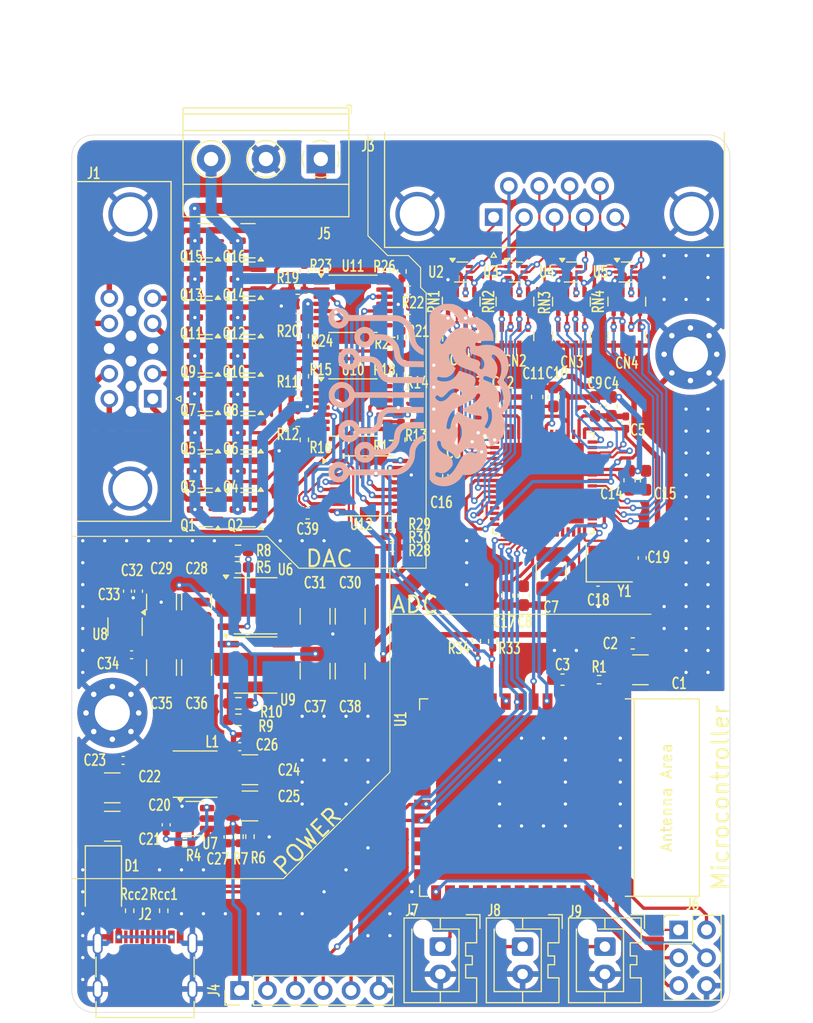
<source format=kicad_pcb>
(kicad_pcb (version 20240108) (generator "pcbnew") (generator_version "8.0")
  (layers (0 "F.Cu" signal) (31 "B.Cu" signal) (34 "B.Paste" user) (35 "F.Paste" user) (36 "B.SilkS" user "B.Silkscreen") (37 "F.SilkS" user "F.Silkscreen") (38 "B.Mask" user) (39 "F.Mask" user) (44 "Edge.Cuts" user))
  (net 0 "")
  (net 1 "EN")
  (net 2 "+3.3V")
  (net 3 "Net-(IC1-XTAL1)")
  (net 4 "Net-(IC1-XTAL2{slash}MCLK)")
  (net 5 "Net-(IC1-DREGCAP)")
  (net 6 "VSSA")
  (net 7 "VDDA")
  (net 9 "MOSI")
  (net 12 "Vref+")
  (net 24 "ADC_CS")
  (net 26 "SCK")
  (net 30 "MISO")
  (net 31 "GNDA")
  (net 34 "BOOT")
  (net 36 "RX0")
  (net 37 "D+")
  (net 47 "D-")
  (net 49 "TX0")
  (net 51 "Net-(D1-A)")
  (net 52 "+5V")
  (net 53 "IN2+")
  (net 54 "IN3+")
  (net 55 "IN0-")
  (net 56 "IN6+")
  (net 57 "IN7+")
  (net 58 "IN1+")
  (net 59 "IN5+")
  (net 60 "IN4+")
  (net 61 "IN0+")
  (net 62 "IN2+_ADC")
  (net 63 "IN6-_ADC")
  (net 64 "IN3+_ADC")
  (net 65 "IN1-_ADC")
  (net 66 "IN0-_ADC")
  (net 67 "IN6+_ADC")
  (net 68 "IN7-_ADC")
  (net 69 "IN7+_ADC")
  (net 70 "IN5-_ADC")
  (net 71 "IN1+_ADC")
  (net 72 "IN2-_ADC")
  (net 73 "IN5+_ADC")
  (net 74 "IN4+_ADC")
  (net 75 "IN4-_ADC")
  (net 76 "IN3-_ADC")
  (net 77 "IN0+_ADC")
  (net 82 "Net-(U7-VBST)")
  (net 83 "Net-(U7-SW)")
  (net 84 "Net-(U7-VFB)")
  (net 85 "-3V3")
  (net 86 "Net-(J2-CC2)")
  (net 89 "Net-(J2-CC1)")
  (net 90 "Net-(U7-EN)")
  (net 93 "Net-(U9-ADJ)")
  (net 94 "Net-(U8-C1+)")
  (net 95 "Net-(U8-C1-)")
  (net 96 "SD_CS")
  (net 97 "Net-(U6-ADJ)")
  (net 100 "PWR_SG4")
  (net 101 "PWR_SG2")
  (net 102 "PWR_SG1")
  (net 103 "PWR_SG3")
  (net 104 "PWR_SG5")
  (net 105 "PWR_SG8")
  (net 106 "PWR_SG7")
  (net 107 "PWR_SG6")
  (net 108 "Net-(Q1-B)")
  (net 109 "+12V")
  (net 110 "-12V")
  (net 111 "Net-(Q3-B)")
  (net 112 "Net-(Q5-B)")
  (net 113 "Net-(Q7-B)")
  (net 114 "Net-(Q11-B)")
  (net 115 "Net-(Q10-B)")
  (net 116 "Net-(Q13-B)")
  (net 117 "Net-(U10A--)")
  (net 118 "Net-(U10B--)")
  (net 119 "Net-(U10C--)")
  (net 120 "Net-(U10D--)")
  (net 121 "DAC_SG1")
  (net 122 "DAC_SG4")
  (net 123 "DAC_SG2")
  (net 124 "DAC_SG3")
  (net 125 "DAC_SG6")
  (net 126 "DAC_SG5")
  (net 127 "DAC_SG8")
  (net 128 "DAC_SG7")
  (net 129 "Net-(Q15-B)")
  (net 130 "Net-(U11A--)")
  (net 131 "Net-(U11B--)")
  (net 132 "Net-(U11C--)")
  (net 133 "Net-(U11D--)")
  (net 134 "Net-(U12-ADDR0)")
  (net 135 "Net-(U12-~{CLR})")
  (net 136 "Net-(U12-~{LDAC})")
  (net 137 "SDA")
  (net 138 "SCL")
  (net 139 "I0")
  (net 140 "I1")
  (net 141 "I2")
  (net 147 "start_ADC")
  (net 148 "Net-(IC1-~{SYNC_IN})")
  (net 149 "reset_ADC")
  (footprint "Capacitor_SMD:C_0603_1608Metric_Pad1.08x0.95mm_HandSolder" (layer "F.Cu") (at 183.8 95.85 90)
    (property "Reference" "C4")
    (property "Value" "1uF" (hide yes))
  )
  (footprint "Package_TO_SOT_SMD:SOT-23" (layer "F.Cu") (at 146.7625 94.75 180)
    (property "Reference" "Q7")
    (property "Value" "BC817" (hide yes))
  )
  (footprint "Resistor_SMD:R_Array_Concave_4x0603" (layer "F.Cu") (at 185.2 89.45 90)
    (property "Reference" "CN4")
    (property "Value" "1nF" (hide yes))
  )
  (footprint "Resistor_SMD:R_0603_1608Metric_Pad0.98x0.95mm_HandSolder" (layer "F.Cu") (at 149.7925 122.925)
    (property "Reference" "R10")
    (property "Value" "1k2" (hide yes))
  )
  (footprint "Capacitor_SMD:C_0603_1608Metric_Pad1.08x0.95mm_HandSolder" (layer "F.Cu") (at 185.45 102.5875 90)
    (property "Reference" "C14")
    (property "Value" "10nF" (hide yes))
  )
  (footprint "Resistor_SMD:R_Array_Concave_4x0603" (layer "F.Cu") (at 180.15 86.3 90)
    (property "Reference" "RN3")
    (property "Value" "2.2K" (hide yes))
  )
  (footprint "Resistor_SMD:R_Array_Convex_4x0603" (layer "F.Cu") (at 170.1 89.4 90)
    (property "Reference" "CN1")
    (property "Value" "1nF" (hide yes))
  )
  (footprint "Resistor_SMD:R_0402_1005Metric_Pad0.72x0.64mm_HandSolder" (layer "F.Cu") (at 149.8425 135.075 -90)
    (property "Reference" "R7")
    (property "Value" "33.2K" (hide yes))
  )
  (footprint "Capacitor_SMD:C_0603_1608Metric_Pad1.08x0.95mm_HandSolder" (layer "F.Cu") (at 156.1 105.6 180)
    (property "Reference" "C39")
    (property "Value" "1uf" (hide yes))
  )
  (footprint "Capacitor_SMD:C_1210_3225Metric_Pad1.33x2.70mm_HandSolder" (layer "F.Cu") (at 138.29 130.625 180)
    (property "Reference" "C22")
    (property "Value" "47uf" (hide yes))
  )
  (footprint "Package_SO:TSSOP-16_4.4x5mm_P0.65mm" (layer "F.Cu") (at 161.6875 103.1)
    (property "Reference" "U12")
    (property "Value" "DAC5578xPW" (hide yes))
  )
  (footprint "Diode_SMD:D_SMA" (layer "F.Cu") (at 137.48 139.425 -90)
    (property "Reference" "D1")
    (property "Value" "SS14" (hide yes))
  )
  (footprint "Espressif:ESP32-S3-WROOM-1" (layer "F.Cu") (at 176.06 131.5125 -90)
    (property "Reference" "U1")
    (property "Value" "ESP32-S3-WROOM-1" (hide yes))
  )
  (footprint "Resistor_SMD:R_0402_1005Metric_Pad0.72x0.64mm_HandSolder" (layer "F.Cu") (at 172.98 117.2625 90)
    (property "Reference" "R33")
    (property "Value" "4k7" (hide yes))
  )
  (footprint "Capacitor_SMD:C_0603_1608Metric_Pad1.08x0.95mm_HandSolder" (layer "F.Cu") (at 178.515 94.9875 90)
    (property "Reference" "C10")
    (property "Value" "10nF" (hide yes))
  )
  (footprint "Capacitor_SMD:C_0603_1608Metric_Pad1.08x0.95mm_HandSolder" (layer "F.Cu") (at 177.025 94.9875 90)
    (property "Reference" "C11")
    (property "Value" "1uF" (hide yes))
  )
  (footprint "MountingHole:MountingHole_3.2mm_M3_Pad_Via" (layer "F.Cu") (at 191 91.1)
    (property "Reference" "H2" (hide yes))
    (property "Value" "MountingHole_Pad" (hide yes))
  )
  (footprint "Package_SO:TSSOP-14_4.4x5mm_P0.65mm" (layer "F.Cu") (at 160.2375 95.95125)
    (property "Reference" "U10")
    (property "Value" "LM324" (hide yes))
  )
  (footprint "Package_TO_SOT_SMD:SOT-23" (layer "F.Cu") (at 150.6625 101.75 180)
    (property "Reference" "Q4")
    (property "Value" "BC807" (hide yes))
  )
  (footprint "Package_TO_SOT_SMD:SOT-23" (layer "F.Cu") (at 150.6625 80.75 180)
    (property "Reference" "Q16")
    (property "Value" "BC807" (hide yes))
  )
  (footprint "Capacitor_SMD:C_0603_1608Metric_Pad1.08x0.95mm_HandSolder" (layer "F.Cu") (at 175.8 113.1 -90)
    (property "Reference" "C8")
    (property "Value" "10nF" (hide yes))
  )
  (footprint "Package_SO:SOIC-8_3.9x4.9mm_P1.27mm" (layer "F.Cu") (at 151.355 119.43)
    (property "Reference" "U9")
    (property "Value" "LM337L_SO8" (hide yes))
  )
  (footprint "Resistor_SMD:R_Array_Concave_4x0603" (layer "F.Cu") (at 180.15 89.45 90)
    (property "Reference" "CN3")
    (property "Value" "1nF" (hide yes))
  )
  (footprint "Resistor_SMD:R_0402_1005Metric_Pad0.72x0.64mm_HandSolder" (layer "F.Cu") (at 155.8 98.90125 90)
    (property "Reference" "R16")
    (property "Value" "10K" (hide yes))
  )
  (footprint "Resistor_SMD:R_0402_1005Metric_Pad0.72x0.64mm_HandSolder" (layer "F.Cu") (at 163.8025 106.7)
    (property "Reference" "R29")
    (property "Value" "10K" (hide yes))
  )
  (footprint "Capacitor_SMD:C_0603_1608Metric_Pad1.08x0.95mm_HandSolder" (layer "F.Cu") (at 185.7375 117.4625)
    (property "Reference" "C2")
    (property "Value" "10nF" (hide yes))
  )
  (footprint "Resistor_SMD:R_0603_1608Metric_Pad0.98x0.95mm_HandSolder" (layer "F.Cu") (at 149.755 109.025 180)
    (property "Reference" "R8")
    (property "Value" "390" (hide yes))
  )
  (footprint "Capacitor_SMD:C_0603_1608Metric_Pad1.08x0.95mm_HandSolder" (layer "F.Cu") (at 182.3 95.8575 90)
    (property "Reference" "C9")
    (property "Value" "1uF" (hide yes))
  )
  (footprint "Capacitor_SMD:C_1210_3225Metric_Pad1.33x2.70mm_HandSolder" (layer "F.Cu") (at 150.8425 128.975)
    (property "Reference" "C24")
    (property "Value" "47uf" (hide yes))
  )
  (footprint "Package_TO_SOT_SMD:Texas_R-PDSO-N6_DRL-6" (layer "F.Cu") (at 170.1 83.6)
    (property "Reference" "U2")
    (property "Value" "TPD4E001DRLR" (hide yes))
  )
  (footprint "Connector_Dsub:DSUB-9_Female_Horizontal_P2.77x2.84mm_EdgePinOffset4.94mm_Housed_MountingHolesOffset7.48mm" (layer "F.Cu") (at 173.06 78.6 180)
    (property "Reference" "J3")
    (property "Value" "DE9_Plug_MountingHoles")
  )
  (footprint "Capacitor_SMD:C_0603_1608Metric_Pad1.08x0.95mm_HandSolder" (layer "F.Cu") (at 171.7 95.8575 90)
    (property "Reference" "C13")
    (property "Value" "1uF" (hide yes))
  )
  (footprint "Connector_JST:JST_XA_B02B-XASK-1-A_1x02_P2.50mm_Vertical" (layer "F.Cu") (at 168.2 145.1 -90)
    (property "Reference" "J7")
    (property "Value" "Conn_01x02_Socket" (hide yes))
  )
  (footprint "Package_TO_SOT_SMD:SOT-23" (layer "F.Cu") (at 146.7625 101.75 180)
    (property "Reference" "Q3")
    (property "Value" "BC817" (hide yes))
  )
  (footprint "Resistor_SMD:R_0603_1608Metric_Pad0.98x0.95mm_HandSolder" (layer "F.Cu") (at 149.7675 110.525)
    (property "Reference" "R5")
    (property "Value" "1k2" (hide yes))
  )
  (footprint "Capacitor_SMD:C_0603_1608Metric_Pad1.08x0.95mm_HandSolder" (layer "F.Cu") (at 169.4 102.2 90)
    (property "Reference" "C6")
    (property "Value" "10nF" (hide yes))
  )
  (footprint "Connector_JST:JST_XA_B02B-XASK-1-A_1x02_P2.50mm_Vertical" (layer "F.Cu") (at 175.7 145.1 -90)
    (property "Reference" "J8")
    (property "Value" "Conn_01x02_Socket" (hide yes))
  )
  (footprint "Resistor_SMD:R_0402_1005Metric_Pad0.72x0.64mm_HandSolder" (layer "F.Cu") (at 150.8425 135.0725 90)
    (property "Reference" "R6")
    (property "Value" "10K" (hide yes))
  )
  (footprint "Package_TO_SOT_SMD:SOT-23" (layer "F.Cu") (at 146.7625 98.25 180)
    (property "Reference" "Q5")
    (property "Value" "BC817" (hide yes))
  )
  (footprint "Capacitor_SMD:C_0402_1005Metric_Pad0.74x0.62mm_HandSolder" (layer "F.Cu") (at 186.6 109.6675 -90)
    (property "Reference" "C19")
    (property "Value" "16pf" (hide yes))
  )
  (footprint "Package_TO_SOT_SMD:Texas_R-PDSO-N6_DRL-6" (layer "F.Cu") (at 185.1 83.6)
    (property "Reference" "U5")
    (property "Value" "TPD4E001DRLR" (hide yes))
  )
  (footprint "Resistor_SMD:R_0402_1005Metric_Pad0.72x0.64mm_HandSolder" (layer "F.Cu") (at 164.6 93.05125 -90)
    (property "Reference" "R18")
    (property "Value" "10K" (hide yes))
  )
  (footprint "Capacitor_SMD:C_1210_3225Metric_Pad1.33x2.70mm_HandSolder" (layer "F.Cu") (at 142.78 113.6875 -90)
    (property "Reference" "C29")
    (property "Value" "47uf" (hide yes))
  )
  (footprint "Resistor_SMD:R_0402_1005Metric_Pad0.72x0.64mm_HandSolder" (layer "F.Cu") (at 163.8025 107.7)
    (property "Reference" "R30")
    (property "Value" "10K" (hide yes))
  )
  (footprint "Resistor_SMD:R_Array_Concave_4x0603" (layer "F.Cu") (at 175 86.3 90)
    (property "Reference" "RN2")
    (property "Value" "2.2K" (hide yes))
  )
  (footprint "Package_TO_SOT_SMD:SOT-23" (layer "F.Cu") (at 150.6625 98.25 180)
    (property "Reference" "Q6")
    (property "Value" "BC807" (hide yes))
  )
  (footprint "Resistor_SMD:R_0402_1005Metric_Pad0.72x0.64mm_HandSolder" (layer "F.Cu") (at 155.8 93.10125 -90)
    (property "Reference" "R15")
    (property "Value" "10K" (hide yes))
  )
  (footprint "Capacitor_SMD:C_0603_1608Metric_Pad1.08x0.95mm_HandSolder" (layer "F.Cu") (at 173.2 95.8575 90)
    (property "Reference" "C12")
    (property "Value" "10nF" (hide yes))
  )
  (footprint "Package_SO:TSSOP-14_4.4x5mm_P0.65mm" (layer "F.Cu") (at 160.2375 86.5)
    (property "Reference" "U11")
    (property "Value" "LM324" (hide yes))
  )
  (footprint "Resistor_SMD:R_0402_1005Metric_Pad0.72x0.64mm_HandSolder" (layer "F.Cu") (at 155.2 87.75 180)
    (property "Reference" "R20")
    (property "Value" "1K5" (hide yes))
  )
  (footprint "Inductor_SMD:L_0402_1005Metric_Pad0.77x0.64mm_HandSolder" (layer "F.Cu") (at 139.68 112.6975 90)
    (property "Reference" "C33")
    (property "Value" "100nf" (hide yes))
  )
  (footprint "Capacitor_SMD:C_1210_3225Metric_Pad1.33x2.70mm_HandSolder" (layer "F.Cu") (at 150.8425 132.275)
    (property "Reference" "C25")
    (property "Value" "47uf" (hide yes))
  )
  (footprint "Resistor_SMD:R_0402_1005Metric_Pad0.72x0.64mm_HandSolder" (layer "F.Cu") (at 155.2025 97.30125 180)
    (property "Reference" "R12")
    (property "Value" "1K5" (hide yes))
  )
  (footprint "Connector_USB:USB_C_Receptacle_Palconn_UTC16-G" (layer "F.Cu") (at 141.28 146.725)
    (property "Reference" "J2")
    (property "Value" "USB_C_Receptacle_USB2.0_16P" (hide yes))
  )
  (footprint "Capacitor_SMD:C_1210_3225Metric_Pad1.33x2.70mm_HandSolder" (layer "F.Cu") (at 156.78 119.9875 90)
    (property "Reference" "C37")
    (property "Value" "47uf" (hide yes))
  )
  (footprint "Inductor_SMD:L_Vishay_IFSC-1515AH_4x4x1.8mm" (layer "F.Cu") (at 145.8425 129.375)
    (property "Reference" "L1")
    (property "Value" "WPN4020H4R7MT" (hide yes))
  )
  (footprint "Resistor_SMD:R_0402_1005Metric_Pad0.72x0.64mm_HandSolder" (layer "F.Cu") (at 165.2 97.30125)
    (property "Reference" "R13")
    (property "Value" "1K5" (hide yes))
  )
  (footprint "Package_TO_SOT_SMD:SOT-23-6" (layer "F.Cu") (at 139.455 115.93 -90)
    (property "Reference" "U8")
    (property "Value" "LM2776" (hide yes))
  )
  (footprint "TerminalBlock_Phoenix:TerminalBlock_Phoenix_MKDS-1,5-3_1x03_P5.00mm_Horizontal" (layer "F.Cu") (at 157.3 73.3 180)
    (property "Reference" "J5")
    (property "Value" "Conn_01x03" (hide yes))
  )
  (footprint "Package_TO_SOT_SMD:SOT-23" (layer "F.Cu") (at 146.7625 105.25 180)
    (property "Reference" "Q1")
    (property "Value" "BC817" (hide yes))
  )
  (footprint "Package_TO_SOT_SMD:SOT-23" (layer "F.Cu") (at 146.7625 91.25 180)
    (property "Reference" "Q9")
    (property "Value" "BC817" (hide yes))
  )
  (footprint "Crystal:Crystal_SMD_SeikoEpson_FA238V-4Pin_3.2x2.5mm" (layer "F.Cu") (at 183.6 110.1)
    (property "Reference" "Y1")
    (property "Value" "Crystal_GND24" (hide yes))
  )
  (footprint "Package_TO_SOT_SMD:SOT-23" (layer "F.Cu") (at 146.7625 80.75 180)
    (property "Reference" "Q15")
    (property "Value" "BC817" (hide yes))
  )
  (footprint "Resistor_SMD:R_0402_1005Metric_Pad0.72x0.64mm_HandSolder" (layer "F.Cu") (at 155.2025 94.70125 180)
    (property "Reference" "R11")
    (property "Value" "1K5" (hide yes))
  )
  (footprint "Resistor_SMD:R_0402_1005Metric_Pad0.72x0.64mm_HandSolder" (layer "F.Cu") (at 155.8 89.4475 90)
    (property "Reference" "R24")
    (property "Value" "10K" (hide yes))
  )
  (footprint "Resistor_SMD:R_0402_1005Metric_Pad0.72x0.64mm_HandSolder" (layer "F.Cu") (at 164.6 98.90125 90)
    (property "Reference" "R17")
    (property "Value" "10K" (hide yes))
  )
  (footprint "Package_TO_SOT_SMD:SOT-23" (layer "F.Cu") (at 146.7625 87.75 180)
    (property "Reference" "Q11")
    (property "Value" "BC817" (hide yes))
  )
  (footprint "Package_DFN_QFN:QFN-64-1EP_9x9mm_P0.5mm_EP7.35x7.35mm" (layer "F.Cu") (at 177.6 102.85)
    (property "Reference" "IC1")
    (property "Value" "AD7771BCPZ" (hide yes))
  )
  (footprint "Inductor_SMD:L_0402_1005Metric_Pad0.77x0.64mm_HandSolder" (layer "F.Cu") (at 140.05 118.4925 180)
    (property "Reference" "C34")
    (property "Value" "1uf" (hide yes))
  )
  (footprint "Resistor_SMD:R_0402_1005Metric_Pad0.72x0.64mm_HandSolder" (layer "F.Cu") (at 165.2025 94.70125)
    (property "Reference" "R14")
    (property "Value" "1K5" (hide yes))
  )
  (footprint "Resistor_SMD:R_0402_1005Metric_Pad0.72x0.64mm_HandSolder" (layer "F.Cu") (at 155.2025 85.25 180)
    (property "Reference" "R19")
    (property "Value" "1K5" (hide yes))
  )
  (footprint "Resistor_SMD:R_0402_1005Metric_Pad0.72x0.64mm_HandSolder" (layer "F.Cu") (at 142.98 141.8275 -90)
    (property "Reference" "Rcc1")
    (property "Value" "5.1K" (hide yes))
  )
  (footprint "Package_TO_SOT_SMD:SOT-23" (layer "F.Cu") (at 150.6625 84.25 180)
    (property "Reference" "Q14")
    (property "Value" "BC807" (hide yes))
  )
  (footprint "Inductor_SMD:L_0402_1005Metric_Pad0.77x0.64mm_HandSolder" (layer "F.Cu") (at 149.915 126.875 180)
    (property "Reference" "C26")
    (property "Value" "100nf" (hide yes))
  )
  (footprint "Capacitor_SMD:C_1210_3225Metric_Pad1.33x2.70mm_HandSolder" (layer "F.Cu") (at 145.98 119.6625 90)
    (property "Reference" "C36")
    (property "Value" "47uf" (hide yes))
  )
  (footprint "Inductor_SMD:L_0402_1005Metric_Pad0.77x0.64mm_HandSolder" (layer "F.Cu") (at 143.205 133.9975 90)
    (property "Reference" "C20")
    (property "Value" "100nf")
  )
  (footprint "Inductor_SMD:L_0402_1005Metric_Pad0.77x0.64mm_HandSolder" (layer "F.Cu") (at 148.8425 135.1025 90)
    (property "Reference" "C27")
    (property "Value" "22pf" (hide yes))
  )
  (footprint "Package_TO_SOT_SMD:SOT-23" (layer "F.Cu") (at 150.6625 105.25 180)
    (property "Reference" "Q2")
    (property "Value" "BC807" (hide yes))
  )
  (footprint "Resistor_SMD:R_0402_1005Metric_Pad0.72x0.64mm_HandSolder" (layer "F.Cu") (at 165.2975 85.25)
    (property "Reference" "R22")
    (property "Value" "1K5" (hide yes))
  )
  (footprint "Capacitor_SMD:C_0402_1005Metric_Pad0.74x0.62mm_HandSolder" (layer "F.Cu") (at 182.5675 112.6)
    (property "Reference" "C18")
    (property "Value" "16pf" (hide yes))
  )
  (footprint "Resistor_SMD:R_0402_1005Metric_Pad0.72x0.64mm_HandSolder" (layer "F.Cu") (at 165.2975 87.85)
    (property "Reference" "R21")
    (property "Value" "1K5" (hide yes))
  )
  (footprint "Resistor_SMD:R_Array_Concave_4x0603" (layer "F.Cu") (at 175 89.45 90)
    (property "Reference" "CN2")
    (property "Value" "1nF" (hide yes))
  )
  (footprint "Resistor_SMD:R_0402_1005Metric_Pad0.72x0.64mm_HandSolder" (layer "F.Cu") (at 164.7 83.55 -90)
    (property "Reference" "R26")
    (property "Value" "10K" (hide yes))
  )
  (footprint "Capacitor_SMD:C_0603_1608Metric_Pad1.08x0.95mm_HandSolder" (layer "F.Cu") (at 186.95 102.5875 90)
    (property "Reference" "C15")
    (property "Value" "1uF" (hide yes))
  )
  (footprint "Resistor_SMD:R_0402_1005Metric_Pad0.72x0.64mm_HandSolder" (layer "F.Cu") (at 144.9025 135.625 180)
    (property "Reference" "R4")
    (property "Value" "10K")
  )
  (footprint "Capacitor_SMD:C_0603_1608Metric_Pad1.08x0.95mm_HandSolder" (layer "F.Cu") (at 174.3 113.1 -90)
    (property "Reference" "C17")
    (property "Value" "1uF" (hide yes))
  )
  (footprint "Resistor_SMD:R_0402_1005Metric_Pad0.72x0.64mm_HandSolder" (layer "F.Cu") (at 164.7 89.55 90)
    (property "Reference" "R25")
    (property "Value" "10K" (hide yes))
  )
  (footprint "Connector_JST:JST_XA_B02B-XASK-1-A_1x02_P2.50mm_Vertical" (layer "F.Cu") (at 183.2 145.1 -90)
    (property "Reference" "J9")
    (property "Value" "Conn_01x02_Socket" (hide yes))
  )
  (footprint "Capacitor_SMD:C_1210_3225Metric_Pad1.33x2.70mm_HandSolder" (layer "F.Cu") (at 178.3 110.9125 -90)
    (property "Reference" "C7")
    (property "Value" "1uF" (hide yes))
  )
  (footprint "Resistor_SMD:R_0402_1005Metric_Pad0.72x0.64mm_HandSolder" (layer "F.Cu") (at 155.8 83.5525 -90)
    (property "Reference" "R23")
    (property "Value" "10K" (hide yes))
  )
  (footprint "Inductor_SMD:L_0402_1005Metric_Pad0.77x0.64mm_HandSolder" (layer "F.Cu") (at 139.28 128.125)
    (property "Reference" "C23")
    (property "Value" "100nf" (hide yes))
  )
  (footprint "Resistor_SMD:R_0402_1005Metric_Pad0.72x0.64mm_HandSolder" (layer "F.Cu") (at 171.48 117.265 90)
    (property "Reference" "R34")
    (property "Value" "4k7" (hide yes))
  )
  (footprint "Capacitor_SMD:C_1210_3225Metric_Pad1.33x2.70mm_HandSolder" (layer "F.Cu") (at 159.98 119.9875 90)
    (property "Reference" "C38")
    (property "Value" "47uf" (hide yes))
  )
  (footprint "Capacitor_SMD:C_0603_1608Metric_Pad1.08x0.95mm_HandSolder" (layer "F.Cu") (at 167.9 102.2 90)
    (property "Reference" "C16")
    (property "Value" "10nF" (hide yes))
  )
  (footprint "Resistor_SMD:R_0402_1005Metric_Pad0.72x0.64mm_HandSolder" (layer "F.Cu") (at 139.88 141.8275 -90)
    (property "Reference" "Rcc2")
    (property "Value" "5.1K" (hide yes))
  )
  (footprint "Capacitor_SMD:C_1210_3225Metric_Pad1.33x2.70mm_HandSolder" (layer "F.Cu") (at 159.98 114.9875 -90)
    (property "Reference" "C30")
    (property "Value" "47uf" (hide yes))
  )
  (footprint "Package_TO_SOT_SMD:SOT-23" (layer "F.Cu") (at 150.6625 91.25 180)
    (property "Reference" "Q10")
    (property "Value" "BC807" (hide yes))
  )
  (footprint "Capacitor_SMD:C_0603_1608Metric_Pad1.08x0.95mm_HandSolder" (layer "F.Cu") (at 179.3375 120.7625 180)
    (property "Reference" "C3")
    (property "Value" "10nF" (hide yes))
  )
  (footprint "Package_TO_SOT_SMD:Texas_R-PDSO-N6_DRL-6" (layer "F.Cu") (at 175.1 83.6)
    (property "Reference" "U3")
    (property "Value" "TPD4E001DRLR" (hide yes))
  )
  (footprint "Capacitor_SMD:C_1210_3225Metric_Pad1.33x2.70mm_HandSolder" (layer "F.Cu") (at 138.29 134.125 180)
    (property "Reference" "C21")
    (property "Value" "47uf" (hide yes))
  )
  (footprint "Resistor_SMD:R_0603_1608Metric_Pad0.98x0.95mm_HandSolder" (layer "F.Cu") (at 149.7925 124.425 180)
    (property "Reference" "R9")
    (property "Value" "390" (hide yes))
  )
  (footprint "Capacitor_SMD:C_0402_1005Metric_Pad0.74x0.62mm_HandSolder" (layer "F.Cu") (at 185.1 97.3325 -90)
    (property "Reference" "C5")
    (property "Value" "100nf" (hide yes))
  )
  (footprint "Capacitor_SMD:C_1210_3225Metric_Pad1.33x2.70mm_HandSolder" (layer "F.Cu") (at 142.78 119.6625 90)
    (property "Reference" "C35")
    (property "Value" "47uf" (hide yes))
  )
  (footprint "Package_SO:SOIC-8_3.9x4.9mm_P1.27mm" (layer "F.Cu") (at 151.355 114.03)
    (property "Reference" "U6")
    (property "Value" "LM317L_SO8" (hide yes))
  )
  (footprint "Package_TO_SOT_SMD:SOT-23" (layer "F.Cu") (at 146.7625 84.25 180)
    (property "Reference" "Q13")
    (property "Value" "BC817" (hide yes))
  )
  (footprint "Package_TO_SOT_SMD:Texas_R-PDSO-N6_DRL-6" (layer "F.Cu") (at 180.1 83.6)
    (property "Reference" "U4")
    (property "Value" "TPD4E001DRLR" (hide yes))
  )
  (footprint "Connector_PinHeader_2.54mm:PinHeader_1x06_P2.54mm_Vertical" (layer "F.Cu") (at 149.9 149.1 90)
    (property "Reference" "J4")
    (property "Value" "Conn_01x06_Pin" (hide yes))
  )
  (footprint "Capacitor_SMD:C_1210_3225Metric_Pad1.33x2.70mm_HandSolder" (layer "F.Cu") (at 145.98 113.6875 -90)
    (property "Reference" "C28")
    (property "Value" "47uf" (hide yes))
  )
  (footprint "Package_TO_SOT_SMD:SOT-23-6" (layer "F.Cu") (at 145.805 133.425)
    (property "Reference" "U7")
    (property "Value" "TPS563200" (hide yes))
  )
  (footprint "Connector_Dsub:DSUB-15-HD_Female_Horizontal_P2.29x1.98mm_EdgePinOffset3.03mm_Housed_MountingHolesOffset4.94mm" (layer "F.Cu") (at 141.98 95.155 -90)
    (property "Reference" "J1")
    (property "Value" "DE15_Plug_HighDensity_MountingHoles" (hide yes))
  )
  (footprint "Capacitor_SMD:C_1210_3225Metric_Pad1.33x2.70mm_HandSolder" (layer "F.Cu") (at 186.4375 119.8625)
    (property "Reference" "C1")
    (property "Value" "1uF" (hide yes))
  )
  (footprint "MountingHole:MountingHole_3.2mm_M3_Pad_Via" (layer "F.Cu") (at 138.297056 123.797056)
    (property "Reference" "H1" (hide yes))
    (property "Value" "MountingHole_Pad" (hide yes))
  )
  (footprint "Resistor_SMD:R_Array_Concave_4x0603" (layer "F.Cu") (at 185.2 86.3 90)
    (property "Reference" "RN4")
    (property "Value" "2.2K" (hide yes))
  )
  (footprint "Connector_PinHeader_2.54mm:PinHeader_2x03_P2.54mm_Vertical" (layer "F.Cu") (at 189.925 143.575)
    (property "Reference" "J6")
    (property "Value" "Conn_02x03_Odd_Even" (hide yes))
  )
  (footprint "Resistor_SMD:R_0402_1005Metric_Pad0.72x0.64mm_HandSolder" (layer "F.Cu") (at 163.8025 108.7)
    (property "Reference" "R28")
    (property "Value" "10K" (hide yes))
  )
  (footprint "Resistor_SMD:R_Array_Concave_4x0603" (layer "F.Cu") (at 170.1 86.3 90)
    (property "Reference" "RN1")
    (property "Value" "2.2K" (hide yes))
  )
  (footprint "Resistor_SMD:R_0402_1005Metric_Pad0.72x0.64mm_HandSolder" (layer "F.Cu") (at 182.68 120.7625 180)
    (property "Reference" "R1")
    (property "Value" "10K" (hide yes))
  )
  (footprint "Capacitor_SMD:C_1210_3225Metric_Pad1.33x2.70mm_HandSolder" (layer "F.Cu") (at 156.78 114.9875 -90)
    (property "Reference" "C31")
    (property "Value" "47uf" (hide yes))
  )
  (footprint "Inductor_SMD:L_0402_1005Metric_Pad0.77x0.64mm_HandSolder" (layer "F.Cu") (at 140.68 112.6975 90)
    (property "Reference" "C32")
    (property "Value" "100nf" (hide yes))
  )
  (footprint "Package_TO_SOT_SMD:SOT-23" (layer "F.Cu") (at 150.6625 94.75 180)
    (property "Reference" "Q8")
    (property "Value" "BC807" (hide yes))
  )
  (footprint "Package_TO_SOT_SMD:SOT-23" (layer "F.Cu") (at 150.6625 87.75 180)
    (property "Reference" "Q12")
    (property "Value" "BC807" (hide yes))
  )
  (footprint "LOGO" (layer "B.Cu") (at 166.3025 94.70125)
    (property "Reference" "G***" (hide yes))
    (property "Value" "LOGO" (hide yes))
  )
  (gr_line (start 152.4 107.7) (end 134.6 107.7) (stroke (width 0.1)) (layer "F.SilkS"))
  (gr_line (start 166.1 82.9) (end 166.4 83.2) (stroke (width 0.1)) (layer "F.SilkS"))
  (gr_line (start 163.6 114.8) (end 163.6 110.6) (stroke (width 0.1)) (layer "F.SilkS"))
  (gr_line (start 165.3 82.1) (end 165.8 82.6) (stroke (width 0.1)) (layer "F.SilkS"))
  (gr_line (start 165.8 82.6) (end 166.1 82.9) (stroke (width 0.1)) (layer "F.SilkS"))
  (gr_line (start 163.6 114.8) (end 187.4 114.8) (stroke (width 0.1)) (layer "F.SilkS"))
  (gr_line (start 155.3 110.6) (end 152.4 107.7) (stroke (width 0.1)) (layer "F.SilkS"))
  (gr_line (start 166.4 85) (end 166.4 83.4) (stroke (width 0.1)) (layer "F.SilkS"))
  (gr_line (start 163.6 129.2) (end 153.9 138.9) (stroke (width 0.1)) (layer "F.SilkS"))
  (gr_line (start 153.9 138.9) (end 134.6 138.9) (stroke (width 0.1)) (layer "F.SilkS"))
  (gr_line (start 166.9 85.5) (end 166.4 85) (stroke (width 0.1)) (layer "F.SilkS"))
  (gr_line (start 163.4 82.1) (end 165.3 82.1) (stroke (width 0.1)) (layer "F.SilkS"))
  (gr_line (start 166.4 83.2) (end 166.4 83.4) (stroke (width 0.1)) (layer "F.SilkS"))
  (gr_line (start 161.6 71.1) (end 161.6 80.3) (stroke (width 0.1)) (layer "F.SilkS"))
  (gr_line (start 161.6 80.3) (end 163.4 82.1) (stroke (width 0.1)) (layer "F.SilkS"))
  (gr_line (start 166.9 85.5) (end 166.9 110.6) (stroke (width 0.1)) (layer "F.SilkS"))
  (gr_line (start 163.6 129.2) (end 163.6 114.8) (stroke (width 0.1)) (layer "F.SilkS"))
  (gr_line (start 163.6 110.6) (end 155.3 110.6) (stroke (width 0.1)) (layer "F.SilkS"))
  (gr_line (start 163.6 110.6) (end 166.9 110.6) (stroke (width 0.1)) (layer "F.SilkS"))
  (gr_line (start 192.6 151.1) (end 136.6 151.1) (stroke (width 0.05)) (layer "Edge.Cuts"))
  (gr_arc (start 192.6 71.1) (mid 194.014214 71.685786) (end 194.6 73.1) (stroke (width 0.05)) (layer "Edge.Cuts"))
  (gr_line (start 136.6 71.1) (end 192.6 71.1) (stroke (width 0.05)) (layer "Edge.Cuts"))
  (gr_line (start 134.6 149.1) (end 134.6 73.1) (stroke (width 0.05)) (layer "Edge.Cuts"))
  (gr_arc (start 136.6 151.1) (mid 135.185786 150.514214) (end 134.6 149.1) (stroke (width 0.05)) (layer "Edge.Cuts"))
  (gr_arc (start 134.6 73.1) (mid 135.185786 71.685786) (end 136.6 71.1) (stroke (width 0.05)) (layer "Edge.Cuts"))
  (gr_line (start 194.6 73.1) (end 194.6 149.1) (stroke (width 0.05)) (layer "Edge.Cuts"))
  (gr_arc (start 194.6 149.1) (mid 194.014214 150.514214) (end 192.6 151.1) (stroke (width 0.05)) (layer "Edge.Cuts"))
  (gr_text "POWER" (at 153.9 138.9 45) (layer "F.SilkS") (effects (font (size 1.5 1.5) (thickness 0.2) (bold yes)) (justify left bottom)))
  (gr_text "DAC" (at 155.8 110.6 0) (layer "F.SilkS") (effects (font (size 1.5 1.5) (thickness 0.2) (bold yes)) (justify left bottom)))
  (gr_text "Microcontroller\n" (at 194.6 140.1 90) (layer "F.SilkS") (effects (font (size 1.5 1.5) (thickness 0.2) (bold yes)) (justify left bottom)))
  (gr_text "ADC" (at 163.6 114.8 0) (layer "F.SilkS") (effects (font (size 1.5 1.5) (thickness 0.2) (bold yes)) (justify left bottom)))
  (segment (start 181.78 122.7625) (end 181.78 135.83) (width 0.2) (layer "F.Cu") (net 1))
  (segment (start 181.78 122.7625) (end 181.78 120.775) (width 0.2) (layer "F.Cu") (net 1))
  (segment (start 185.07 141.67) (end 186.975 143.575) (width 0.2) (layer "F.Cu") (net 1))
  (segment (start 185.07 139.12) (end 185.07 141.67) (width 0.2) (layer "F.Cu") (net 1))
  (segment (start 181.78 120.775) (end 181.7675 120.7625) (width 0.2) (layer "F.Cu") (net 1))
  (segment (start 181.78 135.83) (end 185.07 139.12) (width 0.2) (layer "F.Cu") (net 1))
  (segment (start 180.2 120.7625) (end 181.7675 120.7625) (width 0.2) (layer "F.Cu") (net 1))
  (segment (start 186.975 143.575) (end 189.925 143.575) (width 0.2) (layer "F.Cu") (net 1))
  (segment (start 164.7325 116.6675) (end 171.48 116.6675) (width 0.5) (layer "F.Cu") (net 2))
  (segment (start 188 111.95) (end 183.285 116.665) (width 0.5) (layer "F.Cu") (net 2))
  (segment (start 180.3 116.665) (end 180.3 110.3) (width 0.5) (layer "F.Cu") (net 2))
  (segment (start 149.28 132.275) (end 149.28 128.975) (width 0.5) (layer "F.Cu") (net 2))
  (segment (start 149.3 125.65) (end 149.3 125.645) (width 0.5) (layer "F.Cu") (net 2))
  (segment (start 188 100.5) (end 188 111.95) (width 0.5) (layer "F.Cu") (net 2))
  (segment (start 192.465 142.215) (end 192.465 143.575) (width 0.3) (layer "F.Cu") (net 2))
  (segment (start 157.15 102.476471) (end 157.501471 102.125) (width 0.2) (layer "F.Cu") (net 2))
  (segment (start 145.98 112.125) (end 144.43 112.125) (width 0.3) (layer "F.Cu") (net 2))
  (segment (start 185.86 98.36) (end 188 100.5) (width 0.5) (layer "F.Cu") (net 2))
  (segment (start 179.55 93.125) (end 180.3 93.125) (width 0.5) (layer "F.Cu") (net 2))
  (segment (start 149.3425 126.875) (end 149.3425 128.9125) (width 0.5) (layer "F.Cu") (net 2))
  (segment (start 163 118.4) (end 164.7325 116.6675) (width 0.5) (layer "F.Cu") (net 2))
  (segment (start 183.285 116.665) (end 180.3 116.665) (width 0.5) (layer "F.Cu") (net 2))
  (segment (start 186.735368 141.6) (end 191.85 141.6) (width 0.3) (layer "F.Cu") (net 2))
  (segment (start 177.35 107.3) (end 177.35 108.4) (width 0.3) (layer "F.Cu") (net 2))
  (segment (start 155.32721 104.49539) (end 155.32721 103.998332) (width 0.2) (layer "F.Cu") (net 2))
  (segment (start 172.98 116.665) (end 171.4825 116.665) (width 0.3) (layer "F.Cu") (net 2))
  (segment (start 191.85 141.6) (end 192.465 142.215) (width 0.3) (layer "F.Cu") (net 2))
  (segment (start 155.32721 103.998332) (end 155.678681 103.646861) (width 0.2) (layer "F.Cu") (net 2))
  (segment (start 185.7 139.113604) (end 185.7 140.564632) (width 0.3) (layer "F.Cu") (net 2))
  (segment (start 149.28 133.915) (end 149.8425 134.4775) (width 0.5) (layer "F.Cu") (net 2))
  (segment (start 156.153139 103.646861) (end 157.15 102.65) (width 0.2) (layer "F.Cu") (net 2))
  (segment (start 177.85 98.4) (end 177.85 97.625) (width 0.3) (layer "F.Cu") (net 2))
  (segment (start 183.05 122.7625) (end 183.05 136.463604) (width 0.3) (layer "F.Cu") (net 2))
  (segment (start 180.3 93.125) (end 181.1825 94.0075) (width 0.5) (layer "F.Cu") (net 2))
  (segment (start 149.305 125.65) (end 149.3 125.65) (width 0.5) (layer "F.Cu") (net 2))
  (segment (start 182.828854 94.0075) (end 182.836354 94) (width 0.5) (layer "F.Cu") (net 2))
  (segment (start 183.05 122.7625) (end 183.05 120.99) (width 0.3) (layer "F.Cu") (net 2))
  (segment (start 175.8 111.85) (end 178.3 109.35) (width 0.3) (layer "F.Cu") (net 2))
  (segment (start 185.86 95.324339) (end 185.86 98.36) (width 0.5) (layer "F.Cu") (net 2))
  (segment (start 183.05 120.99) (end 183.2775 120.7625) (width 0.3) (layer "F.Cu") (net 2))
  (segment (start 149.3425 125.8) (end 149.3425 125.6875) (width 0.5) (layer "F.Cu") (net 2))
  (segment (start 157.501471 102.125) (end 158.825 102.125) (width 0.2) (layer "F.Cu") (net 2))
  (segment (start 149.28 134.0925) (end 148.8425 134.53) (width 0.5) (layer "F.Cu") (net 2))
  (segment (start 184.535661 94) (end 185.86 95.324339) (width 0.5) (layer "F.Cu") (net 2))
  (segment (start 182.836354 94) (end 184.535661 94) (width 0.5) (layer "F.Cu") (net 2))
  (segment (start 156.541722 105.6) (end 155.766722 104.825) (width 0.2) (layer "F.Cu") (net 2))
  (segment (start 148.8425 134.53) (end 149.79 134.53) (width 0.5) (layer "F.Cu") (net 2))
  (segment (start 149.28 132.275) (end 149.28 133.915) (width 0.5) (layer "F.Cu") (net 2))
  (segment (start 183.05 136.463604) (end 185.7 139.113604) (width 0.3) (layer "F.Cu") (net 2))
  (segment (start 172.98 116.665) (end 180.3 116.665) (width 0.5) (layer "F.Cu") (net 2))
  (segment (start 155.65682 104.825) (end 155.32721 104.49539) (width 0.2) (layer "F.Cu") (net 2))
  (segment (start 177.35 108.4) (end 178.3 109.35) (width 0.3) (layer "F.Cu") (net 2))
  (segment (start 158.825 105.375) (end 157.1875 105.375) (width 0.2) (layer "F.Cu") (net 2))
  (segment (start 180.3 110.3) (end 179.35 109.35) (width 0.5) (layer "F.Cu") (net 2))
  (segment (start 162.2 125.8) (end 149.3425 125.8) (width 0.5) (layer "F.Cu") (net 2))
  (segment (start 147.3175 129.375) (end 148.88 129.375) (width 0.5) (layer "F.Cu") (net 2))
  (segment (start 149.3 125.645) (end 149.28 125.625) (width 0.5) (layer "F.Cu") (net 2))
  (segment (start 155.766722 104.825) (end 155.65682 104.825) (width 0.2) (layer "F.Cu") (net 2))
  (segment (start 185.7 140.564632) (end 186.735368 141.6) (width 0.3) (layer "F.Cu") (net 2))
  (segment (start 149.3425 125.6875) (end 149.305 125.65) (width 0.5) (layer "F.Cu") (net 2))
  (segment (start 178.075 97.4) (end 178.375 97.4) (width 0.3) (layer "F.Cu") (net 2))
  (segment (start 155.678681 103.646861) (end 156.153139 103.646861) (width 0.2) (layer "F.Cu") (net 2))
  (segment (start 149.28 132.275) (end 149.28 134.0925) (width 0.5) (layer "F.Cu") (net 2))
  (segment (start 181.1825 94.0075) (end 182.828854 94.0075) (width 0.5) (layer "F.Cu") (net 2))
  (segment (start 163 125) (end 162.2 125.8) (width 0.5) (layer "F.Cu") (net 2))
  (segment (start 157.15 102.65) (end 157.15 102.476471) (width 0.2) (layer "F.Cu") (net 2))
  (segment (start 163 118.4) (end 163 125) (width 0.5) (layer "F.Cu") (net 2))
  (segment (start 149.3425 126.875) (end 149.3425 125.8) (width 0.5) (layer "F.Cu") (net 2))
  (segment (start 177.85 97.625) (end 178.075 97.4) (width 0.3) (layer "F.Cu") (net 2))
  (via (at 163 118.4) (size 0.6) (drill 0.3) (layers "F.Cu" "B.Cu") (net 2))
  (via (at 179.55 93.125) (size 0.6) (drill 0.3) (layers "F.Cu" "B.Cu") (net 2))
  (via (at 158.8 105.55) (size 0.6) (drill 0.3) (layers "F.Cu" "B.Cu") (net 2))
  (via (at 149.3 125.65) (size 0.6) (drill 0.3) (layers "F.Cu" "B.Cu") (net 2))
  (via (at 149.3 133.9) (size 0.6) (drill 0.3) (layers "F.Cu" "B.Cu") (net 2))
  (via (at 178.375 97.4) (size 0.6) (drill 0.3) (layers "F.Cu" "B.Cu") (net 2))
  (via (at 144.4 112.15) (size 0.6) (drill 0.3) (layers "F.Cu" "B.Cu") (net 2))
  (segment (start 148.68 125.025) (end 149.28 125.625) (width 0.3) (layer "B.Cu") (net 2))
  (segment (start 163 108.3) (end 160.25 105.55) (width 0.5) (layer "B.Cu") (net 2))
  (segment (start 148.53 125.025) (end 148.23 124.725) (width 0.3) (layer "B.Cu") (net 2))
  (segment (start 158.950001 105.55) (end 158.825 105.424999) (width 0.5) (layer "B.Cu") (net 2))
  (segment (start 145.349239 112.125) (end 144.455 112.125) (width 0.3) (layer "B.Cu") (net 2))
  (segment (start 149.9 141.8) (end 149.3 141.2) (width 0.3) (layer "B.Cu") (net 2))
  (segment (start 160.25 105.55) (end 158.8 105.55) (width 0.5) (layer "B.Cu") (net 2))
  (segment (start 148.53 125.025) (end 148.68 125.025) (width 0.3) (layer "B.Cu") (net 2))
  (segment (start 163 118.4) (end 163 108.3) (width 0.5) (layer "B.Cu") (net 2))
  (segment (start 149.9 149.1) (end 149.9 141.8) (width 0.3) (layer "B.Cu") (net 2))
  (segment (start 149.3 133.9) (end 149.295 133.9) (width 0.3) (layer "B.Cu") (net 2))
  (segment (start 158.8 105.55) (end 158.950001 105.55) (width 0.5) (layer "B.Cu") (net 2))
  (segment (start 149.3 141.2) (end 149.3 133.9) (width 0.3) (layer "B.Cu") (net 2))
  (segment (start 144.455 112.125) (end 144.4 112.15) (width 0.3) (layer "B.Cu") (net 2))
  (segment (start 144.4 112.15) (end 144.405 112.125) (width 0.3) (layer "B.Cu") (net 2))
  (segment (start 148.23 115.005761) (end 145.349239 112.125) (width 0.3) (layer "B.Cu") (net 2))
  (segment (start 149.295 133.9) (end 149.28 133.915) (width 0.3) (layer "B.Cu") (net 2))
  (segment (start 148.23 124.725) (end 148.23 115.005761) (width 0.3) (layer "B.Cu") (net 2))
  (segment (start 144.405 112.125) (end 144.43 112.125) (width 0.3) (layer "B.Cu") (net 2))
  (segment (start 179.55 93.125) (end 178.375 94.3) (width 0.3) (layer "B.Cu") (net 2))
  (segment (start 178.375 94.3) (end 178.375 97.4) (width 0.3) (layer "B.Cu") (net 2))
  (segment (start 182 112.6) (end 182 111.45) (width 0.2) (layer "F.Cu") (net 3))
  (segment (start 181.55 111.05) (end 182.4 111.05) (width 0.2) (layer "F.Cu") (net 3))
  (segment (start 180.85 107.3) (end 180.85 110.35) (width 0.2) (layer "F.Cu") (net 3))
  (segment (start 180.85 110.35) (end 181.55 111.05) (width 0.2) (layer "F.Cu") (net 3))
  (segment (start 181.35 108) (end 181.45 108.1) (width 0.2) (layer "F.Cu") (net 4))
  (segment (start 181.35 107.3) (end 181.35 108) (width 0.2) (layer "F.Cu") (net 4))
  (segment (start 181.45 108.1) (end 183.75 108.1) (width 0.2) (layer "F.Cu") (net 4))
  (segment (start 183.75 108.1) (end 184.8 109.15) (width 0.2) (layer "F.Cu") (net 4))
  (segment (start 184.8 109.15) (end 186.4825 109.15) (width 0.2) (layer "F.Cu") (net 4))
  (segment (start 176.85 107.3) (end 176.85 108.432044) (width 0.3) (layer "F.Cu") (net 5))
  (segment (start 175.45 111.35) (end 175.1875 111.35) (width 0.3) (layer "F.Cu") (net 5))
  (segment (start 176.6 108.682044) (end 176.6 110.2) (width 0.3) (layer "F.Cu") (net 5))
  (segment (start 175.1875 111.35) (end 174.3 112.2375) (width 0.3) (layer "F.Cu") (net 5))
  (segment (start 176.6 110.2) (end 175.45 111.35) (width 0.3) (layer "F.Cu") (net 5))
  (segment (start 176.85 108.432044) (end 176.6 108.682044) (width 0.3) (layer "F.Cu") (net 5))
  (segment (start 180.85 97.1) (end 181.23 96.72) (width 0.3) (layer "F.Cu") (net 6))
  (segment (start 175.35 98.4) (end 175.35 100.6) (width 0.2) (layer "F.Cu") (net 6))
  (segment (start 181.23 96.72) (end 182.3 96.72) (width 0.3) (layer "F.Cu") (net 6))
  (segment (start 169.675 103.075) (end 169.6625 103.0625) (width 0.5) (layer "F.Cu") (net 6))
  (segment (start 169.8 103.045) (end 170.1225 102.7225) (width 0.3) (layer "F.Cu") (net 6))
  (segment (start 182.05 101.1) (end 179.35 101.1) (width 0.2) (layer "F.Cu") (net 6))
  (segment (start 175.85 97.025) (end 175.85 98.4) (width 0.3) (layer "F.Cu") (net 6))
  (segment (start 180.85 98.4) (end 180.85 99.6) (width 0.2) (layer "F.Cu") (net 6))
  (segment (start 180.85 98.4) (end 180.85 97.1) (width 0.3) (layer "F.Cu") (net 6))
  (segment (start 182.3 96.72) (end 183.79 96.72) (width 0.5) (layer "F.Cu") (net 6))
  (segment (start 167.65 112.05) (end 161.275 118.425) (width 0.5) (layer "F.Cu") (net 6))
  (segment (start 179.35 98.4) (end 179.35 101.1) (width 0.2) (layer "F.Cu") (net 6))
  (segment (start 156.8 118.4) (end 157.5 118.4) (width 0.3) (layer "F.Cu") (net 6))
  (segment (start 170.1225 102.7225) (end 170.745 102.1) (width 0.3) (layer "F.Cu") (net 6))
  (segment (start 177.025 95.85) (end 175.85 97.025) (width 0.3) (layer "F.Cu") (net 6))
  (segment (start 150.705 122.925) (end 151.275 122.925) (width 0.3) (layer "F.Cu") (net 6))
  (segment (start 169.7825 103.0625) (end 170.1225 102.7225) (width 0.2) (layer "F.Cu") (net 6))
  (segment (start 175.85 98.4) (end 175.85 101.1) (width 0.2) (layer "F.Cu") (net 6))
  (segment (start 161.275 118.425) (end 159.98 118.425) (width 0.5) (layer "F.Cu") (net 6))
  (segment (start 173.15 101.1) (end 175.85 101.1) (width 0.2) (layer "F.Cu") (net 6))
  (segment (start 169.4 103.0625) (end 169.7825 103.0625) (width 0.2) (layer "F.Cu") (net 6))
  (segment (start 151.275 122.925) (end 151.3 122.9) (width 0.3) (layer "F.Cu") (net 6))
  (segment (start 182.05 102.1) (end 184.1 102.1) (width 0.2) (layer "F.Cu") (net 6))
  (segment (start 175.35 98.4) (end 175.35 96.9) (width 0.3) (layer "F.Cu") (net 6))
  (segment (start 169.6625 103.0625) (end 167.7875 103.0625) (width 0.5) (layer "F.Cu") (net 6))
  (segment (start 175.35 96.9) (end 175.17 96.72) (width 0.3) (layer "F.Cu") (net 6))
  (segment (start 172.1 102.1) (end 176.85 102.1) (width 0.2) (layer "F.Cu") (net 6))
  (segment (start 185.45 103.45) (end 186.95 103.45) (width 0.5) (layer "F.Cu") (net 6))
  (segment (start 167.7875 103.0625) (end 167.65 103.2) (width 0.5) (layer "F.Cu") (net 6))
  (segment (start 177.025 95.85) (end 178.515 95.85) (width 0.3) (layer "F.Cu") (net 6))
  (segment (start 172.545 102.1) (end 173.15 102.1) (width 0.3) (layer "F.Cu") (net 6))
  (segment (start 171.7 96.72) (end 173.2 96.72) (width 0.5) (layer "F.Cu") (net 6))
  (segment (start 167.65 103.2) (end 167.65 112.05) (width 0.5) (layer "F.Cu") (net 6))
  (segment (start 175.17 96.72) (end 173.2 96.72) (width 0.3) (layer "F.Cu") (net 6))
  (segment (start 151.325 122.925) (end 151.33 122.925) (width 0.3) (layer "F.Cu") (net 6))
  (segment (start 151.3 122.9) (end 151.325 122.925) (width 0.3) (layer "F.Cu") (net 6))
  (segment (start 170.745 102.1) (end 173.15 102.1) (width 0.3) (layer "F.Cu") (net 6))
  (segment (start 182.05 102.1) (end 178.35 102.1) (width 0.2) (layer "F.Cu") (net 6))
  (segment (start 184.1 102.1) (end 185.45 103.45) (width 0.2) (layer "F.Cu") (net 6))
  (segment (start 185.1 96.765) (end 183.8525 96.765) (width 0.5) (layer "F.Cu") (net 6))
  (segment (start 157.5 118.4) (end 159.98 118.425) (width 0.3) (layer "F.Cu") (net 6))
  (via (at 151.3 122.9) (size 0.6) (drill 0.3) (layers "F.Cu" "B.Cu") (net 6))
  (via (at 156.8 118.4) (size 0.6) (drill 0.3) (layers "F.Cu" "B.Cu") (net 6))
  (via (at 148.9 117.5) (size 0.6) (drill 0.3) (layers "F.Cu" "B.Cu") (net 6))
  (segment (start 151.33 122.925) (end 151.33 118.425) (width 0.3) (layer "B.Cu") (net 6))
  (segment (start 151.33 118.425) (end 150.98 118.425) (width 0.3) (layer "B.Cu") (net 6))
  (segment (start 156.8 118.4) (end 156.775 118.425) (width 0.3) (layer "B.Cu") (net 6))
  (segment (start 150.08 117.525) (end 148.9 117.5) (width 0.3) (layer "B.Cu") (net 6))
  (segment (start 156.775 118.425) (end 151.33 118.425) (width 0.3) (layer "B.Cu") (net 6))
  (segment (start 150.98 118.425) (end 150.08 117.525) (width 0.3) (layer "B.Cu") (net 6))
  (segment (start 148.9 117.5) (end 148.88 117.525) (width 0.3) (layer "B.Cu") (net 6))
  (segment (start 164.177818 111.3) (end 162.105 111.3) (width 0.5) (layer "F.Cu") (net 7))
  (segment (start 176.85 98.4) (end 176.85 97.625) (width 0.3) (layer "F.Cu") (net 7))
  (segment (start 178.515 94.125) (end 179.03 94.125) (width 0.5) (layer "F.Cu") (net 7))
  (segment (start 150.205 111.3875) (end 150.205 112.795) (width 0.3) (layer "F.Cu") (net 7))
  (segment (start 179.275 96.75) (end 179.85 97.325) (width 0.3) (layer "F.Cu") (net 7))
  (segment (start 150.205 112.795) (end 149.605 113.395) (width 0.3) (layer "F.Cu") (net 7))
  (segment (start 182.05 101.6) (end 186.05 101.6) (width 0.3) (layer "F.Cu") (net 7))
  (segment (start 169.8 101.35) (end 167.35 101.35) (width 0.5) (layer "F.Cu") (net 7))
  (segment (start 176.85 97.625) (end 177.725 96.75) (width 0.3) (layer "F.Cu") (net 7))
  (segment (start 166.95 108.527818) (end 164.177818 111.3) (width 0.5) (layer "F.Cu") (net 7))
  (segment (start 185.45 101.725) (end 186.175 101.725) (width 0.5) (layer "F.Cu") (net 7))
  (segment (start 186.175 101.725) (end 186.2 101.75) (width 0.5) (layer "F.Cu") (net 7))
  (segment (start 166.95 101.75) (end 166.95 108.527818) (width 0.5) (layer "F.Cu") (net 7))
  (segment (start 179.85 97.325) (end 179.85 97.55) (width 0.3) (layer "F.Cu") (net 7))
  (segment (start 179.9 94.995) (end 182.3 94.995) (width 0.5) (layer "F.Cu") (net 7))
  (segment (start 179.03 94.125) (end 179.9 94.995) (width 0.5) (layer "F.Cu") (net 7))
  (segment (start 176.155 94.995) (end 177.025 94.125) (width 0.5) (layer "F.Cu") (net 7))
  (segment (start 170.031801 95.318199) (end 170.355 94.995) (width 0.5) (layer "F.Cu") (net 7))
  (segment (start 173.2 94.995) (end 176.155 94.995) (width 0.5) (layer "F.Cu") (net 7))
  (segment (start 156.78 113.425) (end 159.98 113.425) (width 0.3) (layer "F.Cu") (net 7))
  (segment (start 179.85 95.045) (end 179.9 94.995) (width 0.3) (layer "F.Cu") (net 7))
  (segment (start 167.35 101.35) (end 166.95 101.75) (width 0.5) (layer "F.Cu") (net 7))
  (segment (start 186.225 101.725) (end 186.95 101.725) (width 0.5) (layer "F.Cu") (net 7))
  (segment (start 171.7 94.995) (end 173.2 94.995) (width 0.5) (layer "F.Cu") (net 7))
  (segment (start 170.031801 97.65) (end 170.031801 95.318199) (width 0.5) (layer "F.Cu") (net 7))
  (segment (start 177.725 96.75) (end 179.275 96.75) (width 0.3) (layer "F.Cu") (net 7))
  (segment (start 179.85 97.55) (end 179.85 95.045) (width 0.3) (layer "F.Cu") (net 7))
  (segment (start 186.2 101.75) (end 186.225 101.725) (width 0.5) (layer "F.Cu") (net 7))
  (segment (start 174.85 98.4) (end 174.85 97.7) (width 0.3) (layer "F.Cu") (net 7))
  (segment (start 177.025 94.125) (end 178.515 94.125) (width 0.5) (layer "F.Cu") (net 7))
  (segment (start 170.355 94.995) (end 171.7 94.995) (width 0.5) (layer "F.Cu") (net 7))
  (segment (start 169.6625 101.6) (end 173.15 101.6) (width 0.3) (layer "F.Cu") (net 7))
  (segment (start 170.074301 97.6075) (end 170.031801 97.65) (width 0.3) (layer "F.Cu") (net 7))
  (segment (start 174.85 97.7) (end 174.7575 97.6075) (width 0.3) (layer "F.Cu") (net 7))
  (segment (start 186.05 101.6) (end 186.2 101.75) (width 0.3) (layer "F.Cu") (net 7))
  (segment (start 182.3 94.995) (end 184.4 94.995) (width 0.5) (layer "F.Cu") (net 7))
  (segment (start 148.855 110.525) (end 149.3425 110.525) (width 0.3) (layer "F.Cu") (net 7))
  (segment (start 170.031801 101.088199) (end 170.031801 96.85) (width 0.5) (layer "F.Cu") (net 7))
  (segment (start 169.4 101.3375) (end 169.7825 101.3375) (width 0.5) (layer "F.Cu") (net 7))
  (segment (start 149.3425 110.525) (end 150.205 111.3875) (width 0.3) (layer "F.Cu") (net 7))
  (segment (start 174.7575 97.6075) (end 170.074301 97.6075) (width 0.3) (layer "F.Cu") (net 7))
  (segment (start 179.85 98.4) (end 179.85 97.55) (width 0.3) (layer "F.Cu") (net 7))
  (segment (start 162.105 111.3) (end 159.98 113.425) (width 0.5) (layer "F.Cu") (net 7))
  (segment (start 169.7825 101.3375) (end 170.031801 101.088199) (width 0.5) (layer "F.Cu") (net 7))
  (via (at 186.2 101.75) (size 0.6) (drill 0.3) (layers "F.Cu" "B.Cu") (net 7))
  (via (at 184.475 95) (size 0.6) (drill 0.3) (layers "F.Cu" "B.Cu") (net 7))
  (segment (start 186.35 101.625) (end 186.35 96.945) (width 0.5) (layer "B.Cu") (net 7))
  (segment (start 186.275 101.7) (end 186.35 101.625) (width 0.5) (layer "B.Cu") (net 7))
  (segment (start 184.475 95) (end 184.405 95) (width 0.5) (layer "B.Cu") (net 7))
  (segment (start 186.35 96.945) (end 184.475 95.07) (width 0.5) (layer "B.Cu") (net 7))
  (segment (start 184.405 95) (end 184.4 94.995) (width 0.5) (layer "B.Cu") (net 7))
  (segment (start 184.475 95.07) (end 184.475 95) (width 0.5) (layer "B.Cu") (net 7))
  (segment (start 174.437701 109.018671) (end 175.35 108.106372) (width 0.2) (layer "F.Cu") (net 9))
  (segment (start 154.98 149.1) (end 154.98 145.477106) (width 0.3) (layer "F.Cu") (net 9))
  (segment (start 163.8 133.714606) (end 165.367106 132.1475) (width 0.3) (layer "F.Cu") (net 9))
  (segment (start 163.8 136.657107) (end 163.8 133.714606) (width 0.3) (layer "F.Cu") (net 9))
  (segment (start 174.437701 109.025) (end 174.437701 109.018671) (width 0.2) (layer "F.Cu") (net 9))
  (segment (start 165.367106 132.1475) (end 166.56 132.1475) (width 0.3) (layer "F.Cu") (net 9))
  (segment (start 175.35 108.106372) (end 175.35 107.3) (width 0.2) (layer "F.Cu") (net 9))
  (segment (start 159.559999 140.897107) (end 159.56 140.897107) (width 0.3) (layer "F.Cu") (net 9))
  (segment (start 154.98 145.477106) (end 159.559999 140.897107) (width 0.3) (layer "F.Cu") (net 9))
  (segment (start 159.56 140.897107) (end 163.8 136.657107) (width 0.3) (layer "F.Cu") (net 9))
  (via (at 174.437701 109.025) (size 0.6) (drill 0.3) (layers "F.Cu" "B.Cu") (net 9))
  (via (at 166.9 132.1) (size 0.6) (drill 0.3) (layers "F.Cu" "B.Cu") (net 9))
  (segment (start 166.9 132.1) (end 166.8525 132.1475) (width 0.3) (layer "B.Cu") (net 9))
  (segment (start 174.437701 109.432173) (end 174.715687 109.710159) (width 0.3) (layer "B.Cu") (net 9))
  (segment (start 167.295197 132.1475) (end 166.9475 132.1475) (width 0.3) (layer "B.Cu") (net 9))
  (segment (start 166.8525 132.1475) (end 166.56 132.1475) (width 0.3) (layer "B.Cu") (net 9))
  (segment (start 175.93 123.512697) (end 167.295197 132.1475) (width 0.3) (layer "B.Cu") (net 9))
  (segment (start 175.93 121.972894) (end 175.93 123.512697) (width 0.3) (layer "B.Cu") (net 9))
  (segment (start 166.9475 132.1475) (end 166.9 132.1) (width 0.3) (layer "B.Cu") (net 9))
  (segment (start 174.715687 120.758581) (end 175.93 121.972894) (width 0.3) (layer "B.Cu") (net 9))
  (segment (start 174.437701 109.025) (end 174.437701 109.432173) (width 0.3) (layer "B.Cu") (net 9))
  (segment (start 174.715687 109.710159) (end 174.715687 120.758581) (width 0.3) (layer "B.Cu") (net 9))
  (segment (start 181.35 98.4) (end 181.35 97.95) (width 0.3) (layer "F.Cu") (net 12))
  (segment (start 185.719239 100.550001) (end 186.1 100.16924) (width 0.3) (layer "F.Cu") (net 12))
  (segment (start 171.000735 103.830026) (end 171.000735 102.981496) (width 0.3) (layer "F.Cu") (net 12))
  (segment (start 184.33754 100.925781) (end 184.71332 100.550001) (width 0.3) (layer "F.Cu") (net 12))
  (segment (start 186.1 100.16924) (end 186.1 99.6) (width 0.3) (layer "F.Cu") (net 12))
  (segment (start 171.523955 107.023955) (end 170.55 106.05) (width 0.3) (layer "F.Cu") (net 12))
  (segment (start 183.75 102.7) (end 183.65 102.6) (width 0.3) (layer "F.Cu") (net 12))
  (segment (start 171.000735 102.981496) (end 171.382231 102.6) (width 0.3) (layer "F.Cu") (net 12))
  (segment (start 185.1 98.6) (end 185.1 97.9) (width 0.3) (layer "F.Cu") (net 12))
  (segment (start 186.1 99.6) (end 185.1 98.6) (width 0.3) (layer "F.Cu") (net 12))
  (segment (start 171.382231 102.6) (end 173.15 102.6) (width 0.3) (layer "F.Cu") (net 12))
  (segment (start 170.55 104.280761) (end 171.000735 103.830026) (width 0.3) (layer "F.Cu") (net 12))
  (segment (start 181.4 97.9) (end 185.1 97.9) (width 0.3) (layer "F.Cu") (net 12))
  (segment (start 181.35 97.95) (end 181.4 97.9) (width 0.3) (layer "F.Cu") (net 12))
  (segment (start 184.71332 100.550001) (end 185.719239 100.550001) (width 0.3) (layer "F.Cu") (net 12))
  (segment (start 170.55 106.05) (end 170.55 104.280761) (width 0.3) (layer "F.Cu") (net 12))
  (segment (start 183.65 102.6) (end 182.05 102.6) (width 0.3) (layer "F.Cu") (net 12))
  (segment (start 172.306729 107.023955) (end 171.523955 107.023955) (width 0.3) (layer "F.Cu") (net 12))
  (via (at 183.75 102.7) (size 0.6) (drill 0.3) (layers "F.Cu" "B.Cu") (net 12))
  (via (at 184.33754 100.925781) (size 0.6) (drill 0.3) (layers "F.Cu" "B.Cu") (net 12))
  (via (at 172.306729 107.023955) (size 0.6) (drill 0.3) (layers "F.Cu" "B.Cu") (net 12))
  (segment (start 176.630684 102.7) (end 183.75 102.7) (width 0.3) (layer "B.Cu") (net 12))
  (segment (start 183.75 101.513321) (end 184.33754 100.925781) (width 0.3) (layer "B.Cu") (net 12))
  (segment (start 183.75 102.7) (end 183.75 101.513321) (width 0.3) (layer "B.Cu") (net 12))
  (segment (start 172.306729 107.023955) (end 176.630684 102.7) (width 0.3) (layer "B.Cu") (net 12))
  (segment (start 173.168628 108.070078) (end 173.213706 108.025) (width 0.2) (layer "F.Cu") (net 24))
  (segment (start 174.3 108.025) (end 174.35 107.975) (width 0.2) (layer "F.Cu") (net 24))
  (segment (start 173.213706 108.025) (end 174.3 108.025) (width 0.2) (layer "F.Cu") (net 24))
  (segment (start 174.35 107.975) (end 174.35 107.3) (width 0.2) (layer "F.Cu") (net 24))
  (via (at 173.168628 108.070078) (size 0.6) (drill 0.3) (layers "F.Cu" "B.Cu") (net 24))
  (via (at 174.2 122.7) (size 0.6) (drill 0.3) (layers "F.Cu" "B.Cu") (net 24))
  (segment (start 174.2 122.7225) (end 174.16 122.7625) (width 0.3) (layer "B.Cu") (net 24))
  (segment (start 173.168628 108.070078) (end 173.09488 108.143826) (width 0.3) (layer "B.Cu") (net 24))
  (segment (start 173.09488 108.143826) (end 173.09488 109.503564) (width 0.3) (layer "B.Cu") (net 24))
  (segment (start 174.35 122.5725) (end 174.2225 122.7) (width 0.3) (layer "B.Cu") (net 24))
  (segment (start 174.2225 122.7) (end 174.2 122.7) (width 0.3) (layer "B.Cu") (net 24))
  (segment (start 174.2 122.7) (end 174.2 122.7225) (width 0.3) (layer "B.Cu") (net 24))
  (segment (start 173.715687 110.124371) (end 173.715687 122.215687) (width 0.3) (layer "B.Cu") (net 24))
  (segment (start 173.715687 122.215687) (end 174.2 122.7) (width 0.3) (layer "B.Cu") (net 24))
  (segment (start 173.09488 109.503564) (end 173.715687 110.124371) (width 0.3) (layer "B.Cu") (net 24))
  (segment (start 157.52 146.38) (end 158.8 145.1) (width 0.3) (layer "F.Cu") (net 26))
  (segment (start 174.85 108.040686) (end 174.85 107.3) (width 0.2) (layer "F.Cu") (net 26))
  (segment (start 157.52 149.1) (end 157.52 146.38) (width 0.3) (layer "F.Cu") (net 26))
  (segment (start 173.94488 108.425) (end 174.465686 108.425) (width 0.2) (layer "F.Cu") (net 26))
  (segment (start 174.465686 108.425) (end 174.85 108.040686) (width 0.2) (layer "F.Cu") (net 26))
  (segment (start 173.74488 108.625) (end 173.94488 108.425) (width 0.2) (layer "F.Cu") (net 26))
  (via (at 158.8 145.1) (size 0.6) (drill 0.3) (layers "F.Cu" "B.Cu") (net 26))
  (via (at 173.74488 108.625) (size 0.6) (drill 0.3) (layers "F.Cu" "B.Cu") (net 26))
  (via (at 175.2 122.8) (size 0.6) (drill 0.3) (layers "F.Cu" "B.Cu") (net 26))
  (segment (start 165.7 132.300393) (end 166.550393 131.45) (width 0.3) (layer "B.Cu") (net 26))
  (segment (start 165.7 138.2) (end 165.7 132.300393) (width 0.3) (layer "B.Cu") (net 26))
  (segment (start 158.8 145.1) (end 165.7 138.2) (width 0.3) (layer "B.Cu") (net 26))
  (segment (start 173.831671 108.711791) (end 173.787701 108.755761) (width 0.3) (layer "B.Cu") (net 26))
  (segment (start 175.2 123.5) (end 175.2 122.8) (width 0.3) (layer "B.Cu") (net 26))
  (segment (start 167.25 131.45) (end 175.2 123.5) (width 0.3) (layer "B.Cu") (net 26))
  (segment (start 166.550393 131.45) (end 167.25 131.45) (width 0.3) (layer "B.Cu") (net 26))
  (segment (start 175.2 122.1) (end 175.2 122.8) (width 0.3) (layer "B.Cu") (net 26))
  (segment (start 173.74488 108.625) (end 173.831671 108.711791) (width 0.3) (layer "B.Cu") (net 26))
  (segment (start 173.787701 109.489279) (end 174.215687 109.917265) (width 0.3) (layer "B.Cu") (net 26))
  (segment (start 173.787701 108.755761) (end 173.787701 109.489279) (width 0.3) (layer "B.Cu") (net 26))
  (segment (start 174.215687 121.115687) (end 175.2 122.1) (width 0.3) (layer "B.Cu") (net 26))
  (segment (start 174.215687 109.917265) (end 174.215687 121.115687) (width 0.3) (layer "B.Cu") (net 26))
  (segment (start 175.198162 108.823896) (end 175.85 108.172058) (width 0.2) (layer "F.Cu") (net 30))
  (segment (start 175.198162 109.273395) (end 175.198162 108.823896) (width 0.2) (layer "F.Cu") (net 30))
  (segment (start 164.8 133.6) (end 166.5 133.6) (width 0.3) (layer "F.Cu") (net 30))
  (segment (start 164.3 136.864214) (end 164.3 134.1) (width 0.3) (layer "F.Cu") (net 30))
  (segment (start 160.06 141.104213) (end 164.3 136.864214) (width 0.3) (layer "F.Cu") (net 30))
  (segment (start 160.06 149.1) (end 160.06 141.104213) (width 0.3) (layer "F.Cu") (net 30))
  (segment (start 175.85 108.172058) (end 175.85 107.3) (width 0.2) (layer "F.Cu") (net 30))
  (segment (start 164.3 134.1) (end 164.8 133.6) (width 0.3) (layer "F.Cu") (net 30))
  (via (at 175.198162 109.273395) (size 0.6) (drill 0.3) (layers "F.Cu" "B.Cu") (net 30))
  (via (at 166.5 133.6) (size 0.6) (drill 0.3) (layers "F.Cu" "B.Cu") (net 30))
  (segment (start 175.215687 120.551475) (end 176.43 121.765788) (width 0.3) (layer "B.Cu") (net 30))
  (segment (start 166.732304 133.4175) (end 166.56 133.4175) (width 0.3) (layer "B.Cu") (net 30))
  (segment (start 175.215687 109.29092) (end 175.215687 120.551475) (width 0.3) (layer "B.Cu") (net 30))
  (segment (start 175.198162 109.273395) (end 175.215687 109.29092) (width 0.3) (layer "B.Cu") (net 30))
  (segment (start 176.43 121.765788) (end 176.43 123.719804) (width 0.3) (layer "B.Cu") (net 30))
  (segment (start 176.43 123.719804) (end 166.732304 133.4175) (width 0.3) (layer "B.Cu") (net 30))
  (segment (start 176 109) (end 175.95 109) (width 0.2) (layer "F.Cu") (net 31))
  (segment (start 155.2375 107.3375) (end 155.6 107.7) (width 0.3) (layer "F.Cu") (net 31))
  (segment (start 156 108.1) (end 156.6 108.1) (width 0.3) (layer "F.Cu") (net 31))
  (segment (start 176.35 107.3) (end 176.35 108.295648) (width 0.2) (layer "F.Cu") (net 31))
  (segment (start 144.48 144.215) (end 144.48 142.22) (width 0.2) (layer "F.Cu") (net 31))
  (segment (start 176.35 108.295648) (end 176 108.645648) (width 0.2) (layer "F.Cu") (net 31))
  (segment (start 155.6 108.1) (end 156 108.1) (width 0.3) (layer "F.Cu") (net 31))
  (segment (start 182.90375 138.1) (end 181.6 138.1) (width 0.3) (layer "F.Cu") (net 31))
  (segment (start 144.48 142.22) (end 144.6 142.1) (width 0.2) (layer "F.Cu") (net 31))
  (segment (start 155.2375 105.6) (end 155.2375 107.3375) (width 0.3) (layer "F.Cu") (net 31))
  (segment (start 155.6 107.7) (end 155.6 108.1) (width 0.3) (layer "F.Cu") (net 31))
  (segment (start 164.55 102.125) (end 165.525 102.125) (width 0.3) (layer "F.Cu") (net 31))
  (segment (start 184.32 139.51625) (end 182.90375 138.1) (width 0.3) (layer "F.Cu") (net 31))
  (segment (start 182.9 109.15) (end 184.8 111.05) (width 0.2) (layer "F.Cu") (net 31))
  (segment (start 176 108.645648) (end 176 109) (width 0.2) (layer "F.Cu") (net 31))
  (segment (start 184.32 140.2625) (end 184.32 139.51625) (width 0.3) (layer "F.Cu") (net 31))
  (segment (start 165.525 102.125) (end 165.55 102.1) (width 0.3) (layer "F.Cu") (net 31))
  (via (at 135.6 138.1) (size 0.6) (drill 0.3) (layers "F.Cu" "B.Cu") (net 31))
  (via (at 159.6 128.1) (size 0.6) (drill 0.3) (layers "F.Cu" "B.Cu") (net 31))
  (via (at 153.6 108.1) (size 0.6) (drill 0.3) (layers "F.Cu" "B.Cu") (net 31))
  (via (at 173.6 130.1) (size 0.6) (drill 0.3) (layers "F.Cu" "B.Cu") (net 31))
  (via (at 190.6 106.1) (size 0.6) (drill 0.3) (layers "F.Cu" "B.Cu") (net 31))
  (via (at 135.6 114.1) (size 0.6) (drill 0.3) (layers "F.Cu" "B.Cu") (net 31))
  (via (at 190.6 114.1) (size 0.6) (drill 0.3) (layers "F.Cu" "B.Cu") (net 31))
  (via (at 141.6 108.1) (size 0.6) (drill 0.3) (layers "F.Cu" "B.Cu") (net 31))
  (via (at 190.6 98.1) (size 0.6) (drill 0.3) (layers "F.Cu" "B.Cu") (net 31))
  (via (at 190.6 112.1) (size 0.6) (drill 0.3) (layers "F.Cu" "B.Cu") (net 31))
  (via (at 147.6 108.1) (size 0.6) (drill 0.3) (layers "F.Cu" "B.Cu") (net 31))
  (via (at 190.6 102.1) (size 0.6) (drill 0.3) (layers "F.Cu" "B.Cu") (net 31))
  (via (at 192.6 102.1) (size 0.6) (drill 0.3) (layers "F.Cu" "B.Cu") (net 31))
  (via (at 144.6 142.1) (size 0.6) (drill 0.3) (layers "F.Cu" "B.Cu") (net 31))
  (via (at 192.6 112.1) (size 0.6) (drill 0.3) (layers "F.Cu" "B.Cu") (net 31))
  (via (at 143.6 108.1) (size 0.6) (drill 0.3) (layers "F.Cu" "B.Cu") (net 31))
  (via (at 153.7 86.7) (size 0.6) (drill 0.3) (layers "F.Cu" "B.Cu") (net 31))
  (via (at 174 84.4) (size 0.6) (drill 0.3) (layers "F.Cu" "B.Cu") (net 31))
  (via (at 192.6 106.1) (size 0.6) (drill 0.3) (layers "F.Cu" "B.Cu") (net 31))
  (via (at 170.6 110.1) (size 0.6) (drill 0.3) (layers "F.Cu" "B.Cu") (net 31))
  (via (at 167.6 94.1) (size 0.6) (drill 0.3) (layers "F.Cu" "B.Cu") (net 31))
  (via (at 175.6 134.1) (size 0.6) (drill 0.3) (layers "F.Cu" "B.Cu") (net 31))
  (via (at 157.6 124.1) (size 0.6) (drill 0.3) (layers "F.Cu" "B.Cu") (net 31))
  (via (at 179.6 134.1) (size 0.6) (drill 0.3) (layers "F.Cu" "B.Cu") (net 31))
  (via (at 159.6 138.1) (size 0.6) (drill 0.3) (layers "F.Cu" "B.Cu") (net 31))
  (via (at 144.6 138.1) (size 0.6) (drill 0.3) (layers "F.Cu" "B.Cu") (net 31))
  (via (at 146.6 138.1) (size 0.6) (drill 0.3) (layers "F.Cu" "B.Cu") (net 31))
  (via (at 170.6 112.1) (size 0.6) (drill 0.3) (layers "F.Cu" "B.Cu") (net 31))
  (via (at 190.6 96.1) (size 0.6) (drill 0.3) (layers "F.Cu" "B.Cu") (net 31))
  (via (at 190.6 104.1) (size 0.6) (drill 0.3) (layers "F.Cu" "B.Cu") (net 31))
  (via (at 182.6 114.1) (size 0.6) (drill 0.3) (layers "F.Cu" "B.Cu") (net 31))
  (via (at 188.6 86.1) (size 0.6) (drill 0.3) (layers "F.Cu" "B.Cu") (net 31))
  (via (at 192.6 84.1) (size 0.6) (drill 0.3) (layers "F.Cu" "B.Cu") (net 31))
  (via (at 165.55 102.1) (size 0.6) (drill 0.3) (layers "F.Cu" "B.Cu") (net 31))
  (via (at 161.6 124.1) (size 0.6) (drill 0.3) (layers "F.Cu" "B.Cu") (net 31))
  (via (at 184.6 136.1) (size 0.6) (drill 0.3) (layers "F.Cu" "B.Cu") (net 31))
  (via (at 190.6 120.1) (size 0.6) (drill 0.3) (layers "F.Cu" "B.Cu") (net 31))
  (via (at 163.6 144.1) (size 0.6) (drill 0.3) (layers "F.Cu" "B.Cu") (net 31))
  (via (at 161.6 130.1) (size 0.6) (drill 0.3) (layers "F.Cu" "B.Cu") (net 31))
  (via (at 192.6 104.1) (size 0.6) (drill 0.3) (layers "F.Cu" "B.Cu") (net 31))
  (via (at 135.6 144.1) (size 0.6) (drill 0.3) (layers "F.Cu" "B.Cu") (net 31))
  (via (at 179.6 126.1) (size 0.6) (drill 0.3) (layers "F.Cu" "B.Cu") (net 31))
  (via (at 155.6 142.1) (size 0.6) (drill 0.3) (layers "F.Cu" "B.Cu") (net 31))
  (via (at 157.6 108.1) (size 0.6) (drill 0.3) (layers "F.Cu" "B.Cu") (net 31))
  (via (at 177.6 126.1) (size 0.6) (drill 0.3) (layers "F.Cu" "B.Cu") (net 31))
  (via (at 157.6 140.1) (size 0.6) (drill 0.3) (layers "F.Cu" "B.Cu") (net 31))
  (via (at 184.6 126.1) (size 0.6) (drill 0.3) (layers "F.Cu" "B.Cu") (net 31))
  (via (at 135.6 116.1) (size 0.6) (drill 0.3) (layers "F.Cu" "B.Cu") (net 31))
  (via (at 148.6 142.1) (size 0.6) (drill 0.3) (layers "F.Cu" "B.Cu") (net 31))
  (via (at 152.6 135.1) (size 0.6) (drill 0.3) (layers "F.Cu" "B.Cu") (net 31))
  (via (at 184.6 134.1) (size 0.6) (drill 0.3) (layers "F.Cu" "B.Cu") (net 31))
  (via (at 188.6 84.1) (size 0.6) (drill 0.3) (layers "F.Cu" "B.Cu") (net 31))
  (via (at 190.6 110.1) (size 0.6) (drill 0.3) (layers "F.Cu" "B.Cu") (net 31))
  (via (at 167.6 98.1) (size 0.6) (drill 0.3) (layers "F.Cu" "B.Cu") (net 31))
  (via (at 165.6 142.1) (size 0.6) (drill 0.3) (layers "F.Cu" "B.Cu") (net 31))
  (via (at 175.95 109) (size 0.6) (drill 0.3) (layers "F.Cu" "B.Cu") (net 31))
  (via (at 190.6 116.1) (size 0.6) (drill 0.3) (layers "F.Cu" "B.Cu") (net 31))
  (via (at 173.6 128.1) (size 0.6) (drill 0.3) (layers "F.Cu" "B.Cu") (net 31))
  (via (at 137.6 108.1) (size 0.6) (drill 0.3) (layers "F.Cu" "B.Cu") (net 31))
  (via (at 179.6 132.1) (size 0.6) (drill 0.3) (layers "F.Cu" "B.Cu") (net 31))
  (via (at 192.6 100.1) (size 0.6) (drill 0.3) (layers "F.Cu" "B.Cu") (net 31))
  (via (at 192.6 98.1) (size 0.6) (drill 0.3) (layers "F.Cu" "B.Cu") (net 31))
  (via (at 184.1 84.4) (size 0.6) (drill 0.3) (layers "F.Cu" "B.Cu") (net 31))
  (via (at 190.6 108.1) (size 0.6) (drill 0.3) (layers "F.Cu" "B.Cu") (net 31))
  (via (at 146.6 142.1) (size 0.6) (drill 0.3) (layers "F.Cu" "B.Cu") (net 31))
  (via (at 155.6 124.1) (size 0.6) (drill 0.3) (layers "F.Cu" "B.Cu") (net 31))
  (via (at 179.6 130.1) (size 0.6) (drill 0.3) (layers "F.Cu" "B.Cu") (net 31))
  (via (at 135.6 142.1) (size 0.6) (drill 0.3) (layers "F.Cu" "B.Cu") (net 31))
  (via (at 170.6 108.1) (size 0.6) (drill 0.3) (layers "F.Cu" "B.Cu") (net 31))
  (via (at 135.6 146.1) (size 0.6) (drill 0.3) (layers "F.Cu" "B.Cu") (net 31))
  (via (at 190.6 82.1) (size 0.6) (drill 0.3) (layers "F.Cu" "B.Cu") (net 31))
  (via (at 190.6 86.1) (size 0.6) (drill 0.3) (layers "F.Cu" "B.Cu") (net 31))
  (via (at 173.6 134.1) (size 0.6) (drill 0.3) (layers "F.Cu" "B.Cu") (net 31))
  (via (at 161.6 144.1) (size 0.6) (drill 0.3) (layers "F.Cu" "B.Cu") (net 31))
  (via (at 190.6 118.1) (size 0.6) (drill 0.3) (layers "F.Cu" "B.Cu") (net 31))
  (via (at 135.6 112.1) (size 0.6) (drill 0.3) (layers "F.Cu" "B.Cu") (net 31))
  (via (at 157.6 128.1) (size 0.6) (drill 0.3) (layers "F.Cu" "B.Cu") (net 31))
  (via (at 140.2 113.3) (size 0.6) (drill 0.3) (layers "F.Cu" "B.Cu") (net 31))
  (via (at 179.6 128.1) (size 0.6) (drill 0.3) (layers "F.Cu" "B.Cu") (net 31))
  (via (at 135.6 140.1) (size 0.6) (drill 0.3) (layers "F.Cu" "B.Cu") (net 31))
  (via (at 192.6 86.1) (size 0.6) (drill 0.3) (layers "F.Cu" "B.Cu") (net 31))
  (via (at 184.6 128.1) (size 0.6) (drill 0.3) (layers "F.Cu" "B.Cu") (net 31))
  (via (at 155.6 108.1) (size 0.6) (drill 0.3) (layers "F.Cu" "B.Cu") (net 31))
  (via (at 155.6 130.1) (size 0.6) (drill 0.3) (layers "F.Cu" "B.Cu") (net 31))
  (via (at 155.6 128.1) (size 0.6) (drill 0.3) (layers "F.Cu" "B.Cu") (net 31))
  (via (at 190.6 100.1) (size 0.6) (drill 0.3) (layers "F.Cu" "B.Cu") (net 31))
  (via (at 188.6 114.1) (size 0.6) (drill 0.3) (layers "F.Cu" "B.Cu") (net 31))
  (via (at 192.6 108.1) (size 0.6) (drill 0.3) (layers "F.Cu" "B.Cu") (net 31))
  (via (at 180.6 118.1) (size 0.6) (drill 0.3) (layers "F.Cu" "B.Cu") (net 31))
  (via (at 135.6 120.1) (size 0.6) (drill 0.3) (layers "F.Cu" "B.Cu") (net 31))
  (via (at 161.6 136.1) (size 0.6) (drill 0.3) (layers "F.Cu" "B.Cu") (net 31))
  (via (at 168.9 84.3) (size 0.6) (drill 0.3) (layers "F.Cu" "B.Cu") (net 31))
  (via (at 192.6 110.1) (size 0.6) (drill 0.3) (layers "F.Cu" "B.Cu") (net 31))
  (via (at 145.6 108.1) (size 0.6) (drill 0.3) (layers "F.Cu" "B.Cu") (net 31))
  (via (at 179 84.4) (size 0.6) (drill 0.3) (layers "F.Cu" "B.Cu") (net 31))
  (via (at 173.6 132.1) (size 0.6) (drill 0.3) (layers "F.Cu" "B.Cu") (net 31))
  (via (at 175.6 126.1) (size 0.6) (drill 0.3) (layers "F.Cu" "B.Cu") (net 31))
  (via (at 153.6 142.1) (size 0.6) (drill 0.3) (layers "F.Cu" "B.Cu") (net 31))
  (via (at 188.6 82.1) (size 0.6) (drill 0.3) (layers "F.Cu" "B.Cu") (net 31))
  (via (at 158.4 116.6) (size 0.6) (drill 0.3) (layers "F.Cu" "B.Cu") (net 31))
  (via (at 192.6 116.1) (size 0.6) (drill 0.3) (layers "F.Cu" "B.Cu") (net 31))
  (via (at 192.6 96.1) (size 0.6) (drill 0.3) (layers "F.Cu" "B.Cu") (net 31))
  (via (at 159.6 132.1) (size 0.6) (drill 0.3) (layers "F.Cu" "B.Cu") (net 31))
  (via (at 159.6 124.1) (size 0.6) (drill 0.3) (layers "F.Cu" "B.Cu") (net 31))
  (via (at 153.5 99.9) (size 0.6) (drill 0.3) (layers "F.Cu" "B.Cu") (net 31))
  (via (at 155.6 132.1) (size 0.6) (drill 0.3) (layers "F.Cu" "B.Cu") (net 31))
  (via (at 192.6 120.1) (size 0.6) (drill 0.3) (layers "F.Cu" "B.Cu") (net 31))
  (via (at 192.6 114.1) (size 0.6) (drill 0.3) (layers "F.Cu" "B.Cu") (net 31))
  (via (at 165.6 140.1) (size 0.6) (drill 0.3) (layers "F.Cu" "B.Cu") (net 31))
  (via (at 142.6 138.1) (size 0.6) (drill 0.3) (layers "F.Cu" "B.Cu") (net 31))
  (via (at 135.6 108.1) (size 0.6) (drill 0.3) (layers "F.Cu" "B.Cu") (net 31))
  (via (at 184.6 130.1) (size 0.6) (drill 0.3) (layers "F.Cu" "B.Cu") (net 31))
  (via (at 192.6 82.1) (size 0.6) (drill 0.3) (layers "F.Cu" "B.Cu") (net 31))
  (via (at 178.6 118.1) (size 0.6) (drill 0.3) (layers "F.Cu" "B.Cu") (net 31))
  (via (at 188.6 116.1) (size 0.6) (drill 0.3) (layers "F.Cu" "B.Cu") (net 31))
  (via (at 177.6 134.1) (size 0.6) (drill 0.3) (layers "F.Cu" "B.Cu") (net 31))
  (via (at 184.6 132.1) (size 0.6) (drill 0.3) (layers "F.Cu" "B.Cu") (net 31))
  (via (at 163.6 142.1) (size 0.6) (drill 0.3) (layers "F.Cu" "B.Cu") (net 31))
  (via (at 135.6 110.1) (size 0.6) (drill 0.3) (layers "F.Cu" "B.Cu") (net 31))
  (via (at 142.75 113.7) (size 0.6) (drill 0.3) (layers "F.Cu" "B.Cu") (net 31))
  (via (at 139.6 108.1) (size 0.6) (drill 0.3) (layers "F.Cu" "B.Cu") (net 31))
  (via (at 192.6 118.1) (size 0.6) (drill 0.3) (layers "F.Cu" "B.Cu") (net 31))
  (via (at 135.6 148.1) (size 0.6) (drill 0.3) (layers "F.Cu" "B.Cu") (net 31))
  (via (at 161.6 128.1) (size 0.6) (drill 0.3) (layers "F.Cu" "B.Cu") (net 31))
  (via (at 135.6 118.1) (size 0.6) (drill 0.3) (layers "F.Cu" "B.Cu") (net 31))
  (via (at 167.6 96.1) (size 0.6) (drill 0.3) (layers "F.Cu" "B.Cu") (net 31))
  (via (at 151.6 142.1) (size 0.6) (drill 0.3) (layers "F.Cu" "B.Cu") (net 31))
  (via (at 167.6 92.1) (size 0.6) (drill 0.3) (layers "F.Cu" "B.Cu") (net 31))
  (via (at 144.65 132.3) (size 0.6) (drill 0.3) (layers "F.Cu" "B.Cu") (net 31))
  (via (at 167.8 140.1) (size 0.6) (drill 0.3) (layers "F.Cu" "B.Cu") (net 34))
  (segment (start 181.3 139.1) (end 168.78625 139.1) (width 0.3) (layer "B.Cu") (net 34))
  (segment (start 167.81 140.07625) (end 167.81 140.09) (width 0.3) (layer "B.Cu") (net 34))
  (segment (start 168.78625 139.1) (end 167.81 140.07625) (width 0.3) (layer "B.Cu") (net 34))
  (segment (start 167.8 140.1) (end 167.81 140.11) (width 0.3) (layer "B.Cu") (net 34))
  (segment (start 192.465 146.115) (end 191.125 144.775) (width 0.3) (layer "B.Cu") (net 34))
  (segment (start 191.125 144.775) (end 186.975 144.775) (width 0.3) (layer "B.Cu") (net 34))
  (segment (start 186.975 144.775) (end 181.3 139.1) (width 0.3) (layer "B.Cu") (net 34))
  (segment (start 167.81 140.11) (end 167.81 140.2625) (width 0.3) (layer "B.Cu") (net 34))
  (segment (start 167.81 140.09) (end 167.8 140.1) (width 0.3) (layer "B.Cu") (net 34))
  (segment (start 179.24 141.3125) (end 180.2275 142.3) (width 0.3) (layer "F.Cu") (net 36))
  (segment (start 179.24 140.2625) (end 179.24 141.3125) (width 0.3) (layer "F.Cu") (net 36))
  (segment (start 180.2275 142.3) (end 182.6 142.3) (width 0.3) (layer "F.Cu") (net 36))
  (segment (start 188.955 148.655) (end 189.925 148.655) (width 0.3) (layer "F.Cu") (net 36))
  (segment (start 182.6 142.3) (end 188.955 148.655) (width 0.3) (layer "F.Cu") (net 36))
  (segment (start 164.8 121.9625) (end 165.4 121.3625) (width 0.3) (layer "F.Cu") (net 37))
  (segment (start 165.4 121.3625) (end 167.395 121.3625) (width 0.3) (layer "F.Cu") (net 37))
  (segment (start 167.81 121.7775) (end 167.81 122.7625) (width 0.3) (layer "F.Cu") (net 37))
  (segment (start 141.03 144.215) (end 141.03 145.095) (width 0.3) (layer "F.Cu") (net 37))
  (segment (start 142.03 144.215) (end 142.03 140.7725) (width 0.3) (layer "F.Cu") (net 37))
  (segment (start 141.08 145.145) (end 141.98 145.145) (width 0.3) (layer "F.Cu") (net 37))
  (segment (start 142.03 145.095) (end 142.03 144.215) (width 0.3) (layer "F.Cu") (net 37))
  (segment (start 167.395 121.3625) (end 167.81 121.7775) (width 0.3) (layer "F.Cu") (net 37))
  (segment (start 141.03 145.095) (end 141.08 145.145) (width 0.3) (layer "F.Cu") (net 37))
  (segment (start 142.03 140.7725) (end 142.7025 140.1) (width 0.3) (layer "F.Cu") (net 37))
  (segment (start 164.8 129.607106) (end 164.8 121.9625) (width 0.3) (layer "F.Cu") (net 37))
  (segment (start 141.98 145.145) (end 142.03 145.095) (width 0.3) (layer "F.Cu") (net 37))
  (segment (start 154.307106 140.1) (end 164.8 129.607106) (width 0.3) (layer "F.Cu") (net 37))
  (segment (start 142.7025 140.1) (end 154.307106 140.1) (width 0.3) (layer "F.Cu") (net 37))
  (segment (start 140.53 144.215) (end 140.53 143.285) (width 0.3) (layer "F.Cu") (net 47))
  (segment (start 167.88 120.8625) (end 169.08 122.0625) (width 0.3) (layer "F.Cu") (net 47))
  (segment (start 154.1 139.6) (end 164.3 129.4) (width 0.3) (layer "F.Cu") (net 47))
  (segment (start 141.53 140.565393) (end 142.495393 139.6) (width 0.3) (layer "F.Cu") (net 47))
  (segment (start 142.495393 139.6) (end 154.1 139.6) (width 0.3) (layer "F.Cu") (net 47))
  (segment (start 141.53 143.285) (end 141.53 144.215) (width 0.3) (layer "F.Cu") (net 47))
  (segment (start 169.08 122.0625) (end 169.08 122.7625) (width 0.3) (layer "F.Cu") (net 47))
  (segment (start 141.53 144.215) (end 141.53 140.565393) (width 0.3) (layer "F.Cu") (net 47))
  (segment (start 140.53 143.285) (end 141.53 143.285) (width 0.3) (layer "F.Cu") (net 47))
  (segment (start 164.3 121.7) (end 165.1375 120.8625) (width 0.3) (layer "F.Cu") (net 47))
  (segment (start 164.3 129.4) (end 164.3 121.7) (width 0.3) (layer "F.Cu") (net 47))
  (segment (start 165.1375 120.8625) (end 167.88 120.8625) (width 0.3) (layer "F.Cu") (net 47))
  (segment (start 180.51 141.3125) (end 180.9975 141.8) (width 0.3) (layer "F.Cu") (net 49))
  (segment (start 187.315 146.115) (end 189.925 146.115) (width 0.3) (layer "F.Cu") (net 49))
  (segment (start 183 141.8) (end 187.315 146.115) (width 0.3) (layer "F.Cu") (net 49))
  (segment (start 180.9975 141.8) (end 183 141.8) (width 0.3) (layer "F.Cu") (net 49))
  (segment (start 180.51 140.2625) (end 180.51 141.3125) (width 0.3) (layer "F.Cu") (net 49))
  (segment (start 138.88 143.125) (end 137.48 141.725) (width 0.5) (layer "F.Cu") (net 51))
  (segment (start 138.88 144.215) (end 138.88 143.125) (width 0.5) (layer "F.Cu") (net 51))
  (via (at 138.88 144.215) (size 0.6) (drill 0.3) (layers "F.Cu" "B.Cu") (net 51))
  (via (at 143.68 144.215) (size 0.6) (drill 0.3) (layers "F.Cu" "B.Cu") (net 51))
  (segment (start 138.88 144.215) (end 143.68 144.215) (width 0.3) (layer "B.Cu") (net 51))
  (segment (start 144.6675 134.375) (end 144.305 134.7375) (width 0.5) (layer "F.Cu") (net 52))
  (segment (start 144.18 136.725) (end 139.925 136.725) (width 0.5) (layer "F.Cu") (net 52))
  (segment (start 139.08 137.425) (end 139.8525 136.6525) (width 0.5) (layer "F.Cu") (net 52))
  (segment (start 139.8525 134.125) (end 139.8525 130.625) (width 0.5) (layer "F.Cu") (net 52))
  (segment (start 139.925 136.725) (end 139.8525 136.6525) (width 0.5) (layer "F.Cu") (net 52))
  (segment (start 139.8525 136.6525) (end 139.8525 134.125) (width 0.5) (layer "F.Cu") (net 52))
  (segment (start 144.305 134.7375) (end 144.305 135.625) (width 0.5) (layer "F.Cu") (net 52))
  (segment (start 139.8525 128.125) (end 139.8525 130.625) (width 0.5) (layer "F.Cu") (net 52))
  (segment (start 137.48 137.425) (end 139.08 137.425) (width 0.5) (layer "F.Cu") (net 52))
  (segment (start 144.305 135.625) (end 144.305 136.6) (width 0.5) (layer "F.Cu") (net 52))
  (segment (start 144.305 136.6) (end 144.18 136.725) (width 0.5) (layer "F.Cu") (net 52))
  (segment (start 177.225 80.235) (end 177.225 75.765331) (width 0.2) (layer "F.Cu") (net 53))
  (segment (start 173.8 85.45) (end 173.25 85.45) (width 0.2) (layer "F.Cu") (net 53))
  (segment (start 172.8 83.6) (end 173.3 83.1) (width 0.2) (layer "F.Cu") (net 53))
  (segment (start 174.36 83.1) (end 177.225 80.235) (width 0.2) (layer "F.Cu") (net 53))
  (segment (start 172.8 85) (end 172.8 83.6) (width 0.2) (layer "F.Cu") (net 53))
  (segment (start 173.25 85.45) (end 172.8 85) (width 0.2) (layer "F.Cu") (net 53))
  (segment (start 173.3 83.1) (end 174.36 83.1) (width 0.2) (layer "F.Cu") (net 53))
  (segment (start 176.3 83.6) (end 177 82.9) (width 0.2) (layer "F.Cu") (net 54))
  (segment (start 177 82.9) (end 178.61 81.29) (width 0.2) (layer "F.Cu") (net 54))
  (segment (start 175.84 83.6) (end 176.3 83.6) (width 0.2) (layer "F.Cu") (net 54))
  (segment (start 178.61 81.29) (end 178.61 78.605331) (width 0.2) (layer "F.Cu") (net 54))
  (via (at 177 82.9) (size 0.6) (drill 0.3) (layers "F.Cu" "B.Cu") (net 54))
  (via (at 175.4 85.4) (size 0.6) (drill 0.3) (layers "F.Cu" "B.Cu") (net 54))
  (segment (start 175.4 85.4) (end 175.4 84) (width 0.2) (layer "B.Cu") (net 54))
  (segment (start 175.4 84) (end 176.5 82.9) (width 0.2) (layer "B.Cu") (net 54))
  (segment (start 176.5 82.9) (end 177 82.9) (width 0.2) (layer "B.Cu") (net 54))
  (segment (start 176.2 84.6) (end 176.2 85.44) (width 0.3) (layer "F.Cu") (net 55))
  (segment (start 175.15 84.35) (end 175.15 84.09) (width 0.3) (layer "F.Cu") (net 55))
  (segment (start 169.7 85.45) (end 169.7 84.95) (width 0.3) (layer "F.Cu") (net 55))
  (segment (start 185.35 84.1) (end 185.94 84.1) (width 0.3) (layer "F.Cu") (net 55))
  (segment (start 178.6 83.6) (end 178.5 83.7) (width 0.3) (layer "F.Cu") (net 55))
  (segment (start 180.25 84.15) (end 180.84 84.15) (width 0.3) (layer "F.Cu") (net 55))
  (segment (start 171.3 84.6) (end 171.3 85.45) (width 0.3) (layer "F.Cu") (net 55))
  (segment (start 175.15 83.937928) (end 175.15 84.09) (width 0.3) (layer "F.Cu") (net 55))
  (segment (start 170.84 84.1) (end 171.3 84.56) (width 0.3) (layer "F.Cu") (net 55))
  (segment (start 185.045 84.405) (end 185.125 84.325) (width 0.3) (layer "F.Cu") (net 55))
  (segment (start 170.25 84.1) (end 170.84 84.1) (width 0.3) (layer "F.Cu") (net 55))
  (segment (start 174.6 84.9) (end 175.15 84.35) (width 0.3) (layer "F.Cu") (net 55))
  (segment (start 184.36 83.6) (end 183.7 83.6) (width 0.2) (layer "F.Cu") (net 55))
  (segment (start 181.3 84.61) (end 181.3 85.5) (width 0.3) (layer "F.Cu") (net 55))
  (segment (start 175.84 84.1) (end 175.16 84.1) (width 0.2) (layer "F.Cu") (net 55))
  (segment (start 169.85 83.6) (end 170.1 83.85) (width 0.3) (layer "F.Cu") (net 55))
  (segment (start 180.1 84.6) (end 180.1 84.3) (width 0.3) (layer "F.Cu") (net 55))
  (segment (start 169.7 84.95) (end 170.1 84.55) (width 0.3) (layer "F.Cu") (net 55))
  (segment (start 179.36 83.6) (end 178.6 83.6) (width 0.3) (layer "F.Cu") (net 55))
  (segment (start 179.7 85.5) (end 179.7 85) (width 0.3) (layer "F.Cu") (net 55))
  (segment (start 184.812072 83.6) (end 185.045 83.832928) (width 0.3) (layer "F.Cu") (net 55))
  (segment (start 180.1 84.3) (end 180.25 84.15) (width 0.3) (layer "F.Cu") (net 55))
  (segment (start 181.3 84.6) (end 181.3 84.61) (width 0.3) (layer "F.Cu") (net 55))
  (segment (start 184.8 85.45) (end 184.8 84.65) (width 0.3) (layer "F.Cu") (net 55))
  (segment (start 170.1 84.55) (end 170.1 84.25) (width 0.3) (layer "F.Cu") (net 55))
  (segment (start 181.29 84.6) (end 181.3 84.6) (width 0.3) (layer "F.Cu") (net 55))
  (segment (start 184.8 84.65) (end 185.35 84.1) (width 0.3) (layer "F.Cu") (net 55))
  (segment (start 175.84 84.24) (end 176.2 84.6) (width 0.2) (layer "F.Cu") (net 55))
  (segment (start 170.1 83.85) (end 170.1 84.25) (width 0.3) (layer "F.Cu") (net 55))
  (segment (start 175.16 84.1) (end 175.15 84.09) (width 0.2) (layer "F.Cu") (net 55))
  (segment (start 184.46 83.6) (end 184.812072 83.6) (width 0.3) (layer "F.Cu") (net 55))
  (segment (start 179.36 83.6) (end 179.95 83.6) (width 0.3) (layer "F.Cu") (net 55))
  (segment (start 174.812072 83.6) (end 175.15 83.937928) (width 0.3) (layer "F.Cu") (net 55))
  (segment (start 180.84 84.15) (end 181.29 84.6) (width 0.3) (layer "F.Cu") (net 55))
  (segment (start 169.36 83.6) (end 169.85 83.6) (width 0.3) (layer "F.Cu") (net 55))
  (segment (start 174.4 83.6) (end 174.812072 83.6) (width 0.3) (layer "F.Cu") (net 55))
  (segment (start 171.3 84.56) (end 171.3 84.6) (width 0.3) (layer "F.Cu") (net 55))
  (segment (start 170.1 84.25) (end 170.25 84.1) (width 0.3) (layer "F.Cu") (net 55))
  (segment (start 186.4 84.56) (end 186.4 85.45) (width 0.3) (layer "F.Cu") (net 55))
  (segment (start 176.2 84.55) (end 176.2 84.6) (width 0.3) (layer "F.Cu") (net 55))
  (segment (start 185.94 84.1) (end 186.4 84.56) (width 0.3) (layer "F.Cu") (net 55))
  (segment (start 175.84 84.1) (end 175.84 84.24) (width 0.2) (layer "F.Cu") (net 55))
  (segment (start 173.6 83.7) (end 173.7 83.6) (width 0.3) (layer "F.Cu") (net 55))
  (segment (start 174.6 85.44) (end 174.6 84.9) (width 0.3) (layer "F.Cu") (net 55))
  (segment (start 180.1 83.75) (end 180.1 84.3) (width 0.3) (layer "F.Cu") (net 55))
  (segment (start 183.7 83.6) (end 183.6 83.7) (width 0.2) (layer "F.Cu") (net 55))
  (segment (start 179.95 83.6) (end 180.1 83.75) (width 0.3) (layer "F.Cu") (net 55))
  (segment (start 173.7 83.6) (end 174.36 83.6) (width 0.3) (layer "F.Cu") (net 55))
  (segment (start 185.045 83.832928) (end 185.045 84.405) (width 0.3) (layer "F.Cu") (net 55))
  (segment (start 179.7 85) (end 180.1 84.6) (width 0.3) (layer "F.Cu") (net 55))
  (via (at 178.5 83.7) (size 0.6) (drill 0.3) (layers "F.Cu" "B.Cu") (net 55))
  (via (at 181.3 84.6) (size 0.6) (drill 0.3) (layers "F.Cu" "B.Cu") (net 55))
  (via (at 176.2 84.6) (size 0.6) (drill 0.3) (layers "F.Cu" "B.Cu") (net 55))
  (via (at 183.6 83.7) (size 0.6) (drill 0.3) (layers "F.Cu" "B.Cu") (net 55))
  (via (at 173.6 83.7) (size 0.6) (drill 0.3) (layers "F.Cu" "B.Cu") (net 55))
  (via (at 171.3 84.6) (size 0.6) (drill 0.3) (layers "F.Cu" "B.Cu") (net 55))
  (segment (start 174.455 83.545) (end 174.4 83.6) (width 0.3) (layer "B.Cu") (net 55))
  (segment (start 183.5 83.6) (end 183.6 83.7) (width 0.3) (layer "B.Cu") (net 55))
  (segment (start 174.4 83.6) (end 173.7 83.6) (width 0.3) (layer "B.Cu") (net 55))
  (segment (start 173.6 83.7) (end 172.15 83.7) (width 0.3) (layer "B.Cu") (net 55))
  (segment (start 181.3 84.61) (end 181.64 84.61) (width 0.3) (layer "B.Cu") (net 55))
  (segment (start 171.3 84.55) (end 171.3 84.56) (width 0.3) (layer "B.Cu") (net 55))
  (segment (start 183.6 83.7) (end 183.7 83.6) (width 0.3) (layer "B.Cu") (net 55))
  (segment (start 174.455 75.765331) (end 174.455 83.545) (width 0.3) (layer "B.Cu") (net 55))
  (segment (start 172.15 83.7) (end 171.3 84.55) (width 0.3) (layer "B.Cu") (net 55))
  (segment (start 182.65 83.6) (end 183.5 83.6) (width 0.3) (layer "B.Cu") (net 55))
  (segment (start 177.54 83.7) (end 178.5 83.7) (width 0.3) (layer "B.Cu") (net 55))
  (segment (start 176.2 84.55) (end 176.69 84.55) (width 0.3) (layer "B.Cu") (net 55))
  (segment (start 181.64 84.61) (end 182.65 83.6) (width 0.3) (layer "B.Cu") (net 55))
  (segment (start 176.69 84.55) (end 177.54 83.7) (width 0.3) (layer "B.Cu") (net 55))
  (segment (start 178.6 83.6) (end 178.5 83.7) (width 0.3) (layer "B.Cu") (net 55))
  (segment (start 173.7 83.6) (end 173.6 83.7) (width 0.3) (layer "B.Cu") (net 55))
  (segment (start 184 85.45) (end 183 84.45) (width 0.2) (layer "F.Cu") (net 56))
  (segment (start 182.765 81.505) (end 182.765 75.765331) (width 0.2) (layer "F.Cu") (net 56))
  (segment (start 184.36 83.1) (end 182.765 81.505) (width 0.2) (layer "F.Cu") (net 56))
  (segment (start 183 83.1) (end 184.36 83.1) (width 0.2) (layer "F.Cu") (net 56))
  (segment (start 183 84.45) (end 183 83.1) (width 0.2) (layer "F.Cu") (net 56))
  (segment (start 186.505 83.31636) (end 186.505 82.505) (width 0.2) (layer "F.Cu") (net 57))
  (segment (start 185.84 83.6) (end 186.22136 83.6) (width 0.2) (layer "F.Cu") (net 57))
  (segment (start 186.5 82.5) (end 186.505 82.495) (width 0.2) (layer "F.Cu") (net 57))
  (segment (start 186.22136 83.6) (end 186.505 83.31636) (width 0.2) (layer "F.Cu") (net 57))
  (segment (start 186.505 82.505) (end 186.5 82.5) (width 0.2) (layer "F.Cu") (net 57))
  (segment (start 186.505 82.495) (end 186.505 80.960331) (width 0.2) (layer "F.Cu") (net 57))
  (segment (start 186.505 80.960331) (end 184.15 78.605331) (width 0.2) (layer "F.Cu") (net 57))
  (via (at 186.5 82.5) (size 0.6) (drill 0.3) (layers "F.Cu" "B.Cu") (net 57))
  (via (at 185.6 85.5) (size 0.6) (drill 0.3) (layers "F.Cu" "B.Cu") (net 57))
  (segment (start 185.6 85.5) (end 185.6 83.4) (width 0.2) (layer "B.Cu") (net 57))
  (segment (start 185.6 85.45) (end 185.6 85.5) (width 0.2) (layer "B.Cu") (net 57))
  (segment (start 185.6 83.4) (end 186.5 82.5) (width 0.2) (layer "B.Cu") (net 57))
  (segment (start 172.02136 82.8) (end 175.84 78.98136) (width 0.2) (layer "F.Cu") (net 58))
  (segment (start 172 82.82136) (end 172 82.8) (width 0.2) (layer "F.Cu") (net 58))
  (segment (start 171.22136 83.6) (end 172 82.82136) (width 0.2) (layer "F.Cu") (net 58))
  (segment (start 170.84 83.6) (end 171.22136 83.6) (width 0.2) (layer "F.Cu") (net 58))
  (segment (start 172 82.8) (end 172.02136 82.8) (width 0.2) (layer "F.Cu") (net 58))
  (via (at 170.5 85.5) (size 0.6) (drill 0.3) (layers "F.Cu" "B.Cu") (net 58))
  (via (at 172 82.8) (size 0.6) (drill 0.3) (layers "F.Cu" "B.Cu") (net 58))
  (segment (start 171.6 82.8) (end 172 82.8) (width 0.2) (layer "B.Cu") (net 58))
  (segment (start 170.5 85.45) (end 170.5 85.5) (width 0.2) (layer "B.Cu") (net 58))
  (segment (start 170.5 83.9) (end 171.6 82.8) (width 0.2) (layer "B.Cu") (net 58))
  (segment (start 170.5 85.5) (end 170.5 83.9) (width 0.2) (layer "B.Cu") (net 58))
  (segment (start 181.4 82.5) (end 181.475 82.425) (width 0.2) (layer "F.Cu") (net 59))
  (segment (start 180.84 83.6) (end 181.22136 83.6) (width 0.2) (layer "F.Cu") (net 59))
  (segment (start 181.22136 83.6) (end 181.475 83.34636) (width 0.2) (layer "F.Cu") (net 59))
  (segment (start 181.475 82.575) (end 181.4 82.5) (width 0.2) (layer "F.Cu") (net 59))
  (segment (start 181.475 83.34636) (end 181.475 82.575) (width 0.2) (layer "F.Cu") (net 59))
  (segment (start 181.475 82.425) (end 181.475 78.700331) (width 0.2) (layer "F.Cu") (net 59))
  (via (at 181.4 82.5) (size 0.6) (drill 0.3) (layers "F.Cu" "B.Cu") (net 59))
  (via (at 180.6 85.5) (size 0.6) (drill 0.3) (layers "F.Cu" "B.Cu") (net 59))
  (segment (start 180.55 85.45) (end 180.6 85.5) (width 0.2) (layer "B.Cu") (net 59))
  (segment (start 181.4 83.4) (end 181.4 82.5) (width 0.2) (layer "B.Cu") (net 59))
  (segment (start 181.2 83.6) (end 181.4 83.4) (width 0.2) (layer "B.Cu") (net 59))
  (segment (start 180.6 85.5) (end 180.6 83.8) (width 0.2) (layer "B.Cu") (net 59))
  (segment (start 180.8 83.6) (end 181.2 83.6) (width 0.2) (layer "B.Cu") (net 59))
  (segment (start 180.6 83.8) (end 180.8 83.6) (width 0.2) (layer "B.Cu") (net 59))
  (segment (start 178.95 85.45) (end 178.35 85.45) (width 0.2) (layer "F.Cu") (net 60))
  (segment (start 179.36 83.1) (end 179.995 82.465) (width 0.2) (layer "F.Cu") (net 60))
  (segment (start 178.35 85.45) (end 177.7 84.8) (width 0.2) (layer "F.Cu") (net 60))
  (segment (start 179.995 82.465) (end 179.995 75.765331) (width 0.2) (layer "F.Cu") (net 60))
  (segment (start 177.7 83.3) (end 177.9 83.1) (width 0.2) (layer "F.Cu") (net 60))
  (segment (start 177.7 84.8) (end 177.7 83.3) (width 0.2) (layer "F.Cu") (net 60))
  (segment (start 177.9 83.1) (end 179.36 83.1) (width 0.2) (layer "F.Cu") (net 60))
  (segment (start 168.1 83.5) (end 168.5 83.1) (width 0.2) (layer "F.Cu") (net 61))
  (segment (start 173.07 79.39) (end 173.07 78.605331) (width 0.2) (layer "F.Cu") (net 61))
  (segment (start 169.36 83.1) (end 173.07 79.39) (width 0.2) (layer "F.Cu") (net 61))
  (segment (start 168.5 83.1) (end 169.36 83.1) (width 0.2) (layer "F.Cu") (net 61))
  (segment (start 168.55 85.45) (end 168.1 85) (width 0.2) (layer "F.Cu") (net 61))
  (segment (start 168.1 85) (end 168.1 83.5) (width 0.2) (layer "F.Cu") (net 61))
  (segment (start 168.9 85.45) (end 168.55 85.45) (width 0.2) (layer "F.Cu") (net 61))
  (segment (start 172.15 103.6) (end 173.15 103.6) (width 0.2) (layer "F.Cu") (net 62))
  (segment (start 173.8 88.6) (end 173.8 87.9) (width 0.2) (layer "F.Cu") (net 62))
  (segment (start 173.8 87.9) (end 173.8 87.15) (width 0.2) (layer "F.Cu") (net 62))
  (segment (start 171.3 104.45) (end 172.15 103.6) (width 0.2) (layer "F.Cu") (net 62))
  (via (at 171.3 104.45) (size 0.6) (drill 0.3) (layers "F.Cu" "B.Cu") (net 62))
  (via (at 173.8 87.9) (size 0.6) (drill 0.3) (layers "F.Cu" "B.Cu") (net 62))
  (segment (start 171.05 102.4) (end 173.8 99.65) (width 0.2) (layer "B.Cu") (net 62))
  (segment (start 171.3 104.45) (end 171.05 104.2) (width 0.2) (layer "B.Cu") (net 62))
  (segment (start 171.05 104.2) (end 171.05 102.4) (width 0.2) (layer "B.Cu") (net 62))
  (segment (start 173.8 99.65) (end 173.8 87.9) (width 0.2) (layer "B.Cu") (net 62))
  (segment (start 184.6625 104.4875) (end 183.275 103.1) (width 0.2) (layer "F.Cu") (net 63))
  (segment (start 184.8 88.6) (end 184.8 87.15) (width 0.2) (layer "F.Cu") (net 63))
  (segment (start 183.275 103.1) (end 182.05 103.1) (width 0.2) (layer "F.Cu") (net 63))
  (segment (start 185.25108 104.4875) (end 184.6625 104.4875) (width 0.2) (layer "F.Cu") (net 63))
  (via (at 184.8 88.1) (size 0.6) (drill 0.3) (layers "F.Cu" "B.Cu") (net 63))
  (via (at 185.25108 104.4875) (size 0.6) (drill 0.3) (layers "F.Cu" "B.Cu") (net 63))
  (segment (start 185.25108 104.4875) (end 187.1875 104.4875) (width 0.2) (layer "B.Cu") (net 63))
  (segment (start 184.7 87.8) (end 184.8 87.9) (width 0.2) (layer "B.Cu") (net 63))
  (segment (start 187.1875 104.4875) (end 187.6 104.075) (width 0.2) (layer "B.Cu") (net 63))
  (segment (start 184.8 87.9) (end 184.8 88.1) (width 0.2) (layer "B.Cu") (net 63))
  (segment (start 187.6 104.075) (end 187.6 95) (width 0.2) (layer "B.Cu") (net 63))
  (segment (start 183.7 87.8) (end 184.7 87.8) (width 0.2) (layer "B.Cu") (net 63))
  (segment (start 187.6 95) (end 183.3 90.7) (width 0.2) (layer "B.Cu") (net 63))
  (segment (start 183.3 90.7) (end 183.3 88.2) (width 0.2) (layer "B.Cu") (net 63))
  (segment (start 183.3 88.2) (end 183.7 87.8) (width 0.2) (layer "B.Cu") (net 63))
  (segment (start 172.425 105.93964) (end 172.425 104.65) (width 0.2) (layer "F.Cu") (net 64))
  (segment (start 171.80985 106.373955) (end 171.990685 106.373955) (width 0.2) (layer "F.Cu") (net 64))
  (segment (start 175.4 87.9) (end 175.4 87.15) (width 0.2) (layer "F.Cu") (net 64))
  (segment (start 172.425 104.65) (end 172.475 104.6) (width 0.2) (layer "F.Cu") (net 64))
  (segment (start 172.475 104.6) (end 173.15 104.6) (width 0.2) (layer "F.Cu") (net 64))
  (segment (start 175.4 88.6) (end 175.4 87.9) (width 0.2) (layer "F.Cu") (net 64))
  (segment (start 171.990685 106.373955) (end 172.425 105.93964) (width 0.2) (layer "F.Cu") (net 64))
  (via (at 171.80985 106.373955) (size 0.6) (drill 0.3) (layers "F.Cu" "B.Cu") (net 64))
  (via (at 175.4 87.9) (size 0.6) (drill 0.3) (layers "F.Cu" "B.Cu") (net 64))
  (segment (start 174.6 99.981372) (end 174.6 89.448529) (width 0.2) (layer "B.Cu") (net 64))
  (segment (start 170.626832 106.022484) (end 170.626832 105.525426) (width 0.2) (layer "B.Cu") (net 64))
  (segment (start 174.6 89.448529) (end 175.4 88.648529) (width 0.2) (layer "B.Cu") (net 64))
  (segment (start 170.978303 105.173955) (end 171.424574 105.173955) (width 0.2) (layer "B.Cu") (net 64))
  (segment (start 175.4 88.648529) (end 175.4 87.9) (width 0.2) (layer "B.Cu") (net 64))
  (segment (start 170.978303 106.373955) (end 170.626832 106.022484) (width 0.2) (layer "B.Cu") (net 64))
  (segment (start 171.424574 105.173955) (end 172.250735 104.347794) (width 0.2) (layer "B.Cu") (net 64))
  (segment (start 172.250735 104.347794) (end 172.250735 102.330637) (width 0.2) (layer "B.Cu") (net 64))
  (segment (start 171.80985 106.373955) (end 170.978303 106.373955) (width 0.2) (layer "B.Cu") (net 64))
  (segment (start 170.626832 105.525426) (end 170.978303 105.173955) (width 0.2) (layer "B.Cu") (net 64))
  (segment (start 172.250735 102.330637) (end 174.6 99.981372) (width 0.2) (layer "B.Cu") (net 64))
  (segment (start 172.4 100.1) (end 173.15 100.1) (width 0.2) (layer "F.Cu") (net 65))
  (segment (start 168.9 88.5) (end 168.9 87.8) (width 0.2) (layer "F.Cu") (net 65))
  (segment (start 172.3 100) (end 172.4 100.1) (width 0.2) (layer "F.Cu") (net 65))
  (segment (start 168.9 87.8) (end 168.9 87.15) (width 0.2) (layer "F.Cu") (net 65))
  (segment (start 171.964295 100) (end 172.3 100) (width 0.2) (layer "F.Cu") (net 65))
  (via (at 171.964295 100) (size 0.6) (drill 0.3) (layers "F.Cu" "B.Cu") (net 65))
  (via (at 168.9 87.8) (size 0.6) (drill 0.3) (layers "F.Cu" "B.Cu") (net 65))
  (segment (start 168.9 88.8) (end 168.9 87.8) (width 0.2) (layer "B.Cu") (net 65))
  (segment (start 170.675 100.075) (end 170.1 99.5) (width 0.2) (layer "B.Cu") (net 65))
  (segment (start 171.514215 100.075) (end 170.675 100.075) (width 0.2) (layer "B.Cu") (net 65))
  (segment (start 171.964295 100) (end 171.589215 100) (width 0.2) (layer "B.Cu") (net 65))
  (segment (start 171.589215 100) (end 171.514215 100.075) (width 0.2) (layer "B.Cu") (net 65))
  (segment (start 170.1 90) (end 168.9 88.8) (width 0.2) (layer "B.Cu") (net 65))
  (segment (start 170.1 99.5) (end 170.1 90) (width 0.2) (layer "B.Cu") (net 65))
  (segment (start 173.15 98.9) (end 173.15 99.1) (width 0.2) (layer "F.Cu") (net 66))
  (segment (start 173.15 98.8) (end 173.1 98.75) (width 0.2) (layer "F.Cu") (net 66))
  (segment (start 169.7 88.5) (end 169.7 87.15) (width 0.2) (layer "F.Cu") (net 66))
  (segment (start 173.15 98.8) (end 173.15 98.9) (width 0.2) (layer "F.Cu") (net 66))
  (via (at 173.15 98.9) (size 0.6) (drill 0.3) (layers "F.Cu" "B.Cu") (net 66))
  (via (at 169.7 88.5) (size 0.6) (drill 0.3) (layers "F.Cu" "B.Cu") (net 66))
  (segment (start 169.7 88.8) (end 169.7 88.5) (width 0.2) (layer "B.Cu") (net 66))
  (segment (start 173.15 98.9) (end 172.25 98.9) (width 0.2) (layer "B.Cu") (net 66))
  (segment (start 171.348529 99.675) (end 170.851471 99.675) (width 0.2) (layer "B.Cu") (net 66))
  (segment (start 172.25 98.9) (end 171.9 99.25) (width 0.2) (layer "B.Cu") (net 66))
  (segment (start 170.851471 99.675) (end 170.5 99.323529) (width 0.2) (layer "B.Cu") (net 66))
  (segment (start 170.5 99.323529) (end 170.5 89.6) (width 0.2) (layer "B.Cu") (net 66))
  (segment (start 171.773529 99.25) (end 171.348529 99.675) (width 0.2) (layer "B.Cu") (net 66))
  (segment (start 171.9 99.25) (end 171.773529 99.25) (width 0.2) (layer "B.Cu") (net 66))
  (segment (start 170.5 89.6) (end 169.7 88.8) (width 0.2) (layer "B.Cu") (net 66))
  (segment (start 184 88.6) (end 184 87.1) (width 0.2) (layer "F.Cu") (net 67))
  (segment (start 185.738582 105.0875) (end 184.580268 105.0875) (width 0.2) (layer "F.Cu") (net 67))
  (segment (start 184.580268 105.0875) (end 183.092768 103.6) (width 0.2) (layer "F.Cu") (net 67))
  (segment (start 183.092768 103.6) (end 182.05 103.6) (width 0.2) (layer "F.Cu") (net 67))
  (segment (start 185.757715 105.106633) (end 185.738582 105.0875) (width 0.2) (layer "F.Cu") (net 67))
  (via (at 185.757715 105.106633) (size 0.6) (drill 0.3) (layers "F.Cu" "B.Cu") (net 67))
  (via (at 184 88.6) (size 0.6) (drill 0.3) (layers "F.Cu" "B.Cu") (net 67))
  (segment (start 185.757715 105.106633) (end 187.134053 105.106633) (width 0.2) (layer "B.Cu") (net 67))
  (segment (start 188 104.240686) (end 188 94.834314) (width 0.2) (layer "B.Cu") (net 67))
  (segment (start 187.134053 105.106633) (end 188 104.240686) (width 0.2) (layer "B.Cu") (net 67))
  (segment (start 188 94.834314) (end 184 90.834314) (width 0.2) (layer "B.Cu") (net 67))
  (segment (start 184 90.834314) (end 184 88.6) (width 0.2) (layer "B.Cu") (net 67))
  (segment (start 183.027082 104.1) (end 182.05 104.1) (width 0.2) (layer "F.Cu") (net 68))
  (segment (start 184.634619 105.707537) (end 183.027082 104.1) (width 0.2) (layer "F.Cu") (net 68))
  (segment (start 186.4 88.6) (end 186.4 87.15) (width 0.2) (layer "F.Cu") (net 68))
  (segment (start 184.917463 105.707537) (end 184.634619 105.707537) (width 0.2) (layer "F.Cu") (net 68))
  (via (at 186.6 88.6) (size 0.6) (drill 0.3) (layers "F.Cu" "B.Cu") (net 68))
  (via (at 184.917463 105.707537) (size 0.6) (drill 0.3) (layers "F.Cu" "B.Cu") (net 68))
  (segment (start 188.4 104.406372) (end 188.4 94.668628) (width 0.2) (layer "B.Cu") (net 68))
  (segment (start 186.6 92.868628) (end 186.6 88.6) (width 0.2) (layer "B.Cu") (net 68))
  (segment (start 187.099739 105.706633) (end 188.4 104.406372) (width 0.2) (layer "B.Cu") (net 68))
  (segment (start 185.509186 105.706633) (end 187.099739 105.706633) (width 0.2) (layer "B.Cu") (net 68))
  (segment (start 184.917463 105.707537) (end 185.508282 105.707537) (width 0.2) (layer "B.Cu") (net 68))
  (segment (start 188.4 94.668628) (end 186.6 92.868628) (width 0.2) (layer "B.Cu") (net 68))
  (segment (start 185.508282 105.707537) (end 185.509186 105.706633) (width 0.2) (layer "B.Cu") (net 68))
  (segment (start 186.6 88.6) (end 186.4 88.6) (width 0.2) (layer "B.Cu") (net 68))
  (segment (start 185.6 88.6) (end 185.6 87.1) (width 0.2) (layer "F.Cu") (net 69))
  (segment (start 184.668554 106.307158) (end 182.961396 104.6) (width 0.2) (layer "F.Cu") (net 69))
  (segment (start 182.961396 104.6) (end 182.05 104.6) (width 0.2) (layer "F.Cu") (net 69))
  (segment (start 185.52963 106.307158) (end 184.668554 106.307158) (width 0.2) (layer "F.Cu") (net 69))
  (via (at 185.6 88.6) (size 0.6) (drill 0.3) (layers "F.Cu" "B.Cu") (net 69))
  (via (at 185.52963 106.307158) (size 0.6) (drill 0.3) (layers "F.Cu" "B.Cu") (net 69))
  (segment (start 187.2 92.7) (end 187.2 88.351471) (width 0.2) (layer "B.Cu") (net 69))
  (segment (start 188.8 94.3) (end 187.2 92.7) (width 0.2) (layer "B.Cu") (net 69))
  (segment (start 185.52963 106.307158) (end 187.0649 106.307158) (width 0.2) (layer "B.Cu") (net 69))
  (segment (start 187.2 88.351471) (end 186.848529 88) (width 0.2) (layer "B.Cu") (net 69))
  (segment (start 187.0649 106.307158) (end 188.8 104.572058) (width 0.2) (layer "B.Cu") (net 69))
  (segment (start 186.848529 88) (end 186.2 88) (width 0.2) (layer "B.Cu") (net 69))
  (segment (start 188.8 104.572058) (end 188.8 94.3) (width 0.2) (layer "B.Cu") (net 69))
  (segment (start 186.2 88) (end 185.6 88.6) (width 0.2) (layer "B.Cu") (net 69))
  (segment (start 182.75 100.1) (end 182.05 100.1) (width 0.2) (layer "F.Cu") (net 70))
  (segment (start 181.35 87.15) (end 181.35 88.6) (width 0.2) (layer "F.Cu") (net 70))
  (segment (start 184.880763 99.300002) (end 184.530765 99.65) (width 0.2) (layer "F.Cu") (net 70))
  (segment (start 182.8 100.05) (end 182.75 100.1) (width 0.2) (layer "F.Cu") (net 70))
  (segment (start 183.8 100.05) (end 182.8 100.05) (width 0.2) (layer "F.Cu") (net 70))
  (segment (start 184.530765 99.65) (end 184.2 99.65) (width 0.2) (layer "F.Cu") (net 70))
  (segment (start 184.2 99.65) (end 183.8 100.05) (width 0.2) (layer "F.Cu") (net 70))
  (via (at 181.4 88.6) (size 0.6) (drill 0.3) (layers "F.Cu" "B.Cu") (net 70))
  (via (at 184.880763 99.300002) (size 0.6) (drill 0.3) (layers "F.Cu" "B.Cu") (net 70))
  (segment (start 181.4 94.25) (end 184.880763 97.730763) (width 0.2) (layer "B.Cu") (net 70))
  (segment (start 181.4 88.6) (end 181.4 94.25) (width 0.2) (layer "B.Cu") (net 70))
  (segment (start 181.35 88.6) (end 181.4 88.6) (width 0.2) (layer "B.Cu") (net 70))
  (segment (start 184.880763 97.730763) (end 184.880763 99.300002) (width 0.2) (layer "B.Cu") (net 70))
  (segment (start 170.5 87.8) (end 170.5 88.5) (width 0.2) (layer "F.Cu") (net 71))
  (segment (start 171.1 100.25) (end 171.45 100.6) (width 0.2) (layer "F.Cu") (net 71))
  (segment (start 171.1 99.075) (end 171.1 100.25) (width 0.2) (layer "F.Cu") (net 71))
  (segment (start 171.45 100.6) (end 173.15 100.6) (width 0.2) (layer "F.Cu") (net 71))
  (segment (start 170.5 87.15) (end 170.5 87.8) (width 0.2) (layer "F.Cu") (net 71))
  (via (at 171.1 99.075) (size 0.6) (drill 0.3) (layers "F.Cu" "B.Cu") (net 71))
  (via (at 170.5 87.8) (size 0.6) (drill 0.3) (layers "F.Cu" "B.Cu") (net 71))
  (segment (start 171.1 99.075) (end 170.975 99.075) (width 0.2) (layer "B.Cu") (net 71))
  (segment (start 170.5 88.9) (end 170.5 87.8) (width 0.2) (layer "B.Cu") (net 71))
  (segment (start 170.9 89.3) (end 170.5 88.9) (width 0.2) (layer "B.Cu") (net 71))
  (segment (start 170.975 99.075) (end 170.9 99) (width 0.2) (layer "B.Cu") (net 71))
  (segment (start 170.9 99) (end 170.9 89.3) (width 0.2) (layer "B.Cu") (net 71))
  (segment (start 174.6 87.15) (end 174.6 88.6) (width 0.2) (layer "F.Cu") (net 72))
  (segment (start 171.9 103.1) (end 171.7 103.3) (width 0.2) (layer "F.Cu") (net 72))
  (segment (start 171.7 103.3) (end 171.650735 103.250735) (width 0.2) (layer "F.Cu") (net 72))
  (segment (start 173.15 103.1) (end 171.9 103.1) (width 0.2) (layer "F.Cu") (net 72))
  (via (at 174.6 88.6) (size 0.6) (drill 0.3) (layers "F.Cu" "B.Cu") (net 72))
  (via (at 171.650735 103.250735) (size 0.6) (drill 0.3) (layers "F.Cu" "B.Cu") (net 72))
  (segment (start 174.2 99.815686) (end 174.2 89) (width 0.2) (layer "B.Cu") (net 72))
  (segment (start 171.650735 103.250735) (end 171.650735 102.364951) (width 0.2) (layer "B.Cu") (net 72))
  (segment (start 171.650735 102.364951) (end 174.2 99.815686) (width 0.2) (layer "B.Cu") (net 72))
  (segment (start 174.2 89) (end 174.6 88.6) (width 0.2) (layer "B.Cu") (net 72))
  (segment (start 180.5 87.9) (end 180.55 87.85) (width 0.2) (layer "F.Cu") (net 73))
  (segment (start 183.015778 100.6) (end 182.05 100.6) (width 0.2) (layer "F.Cu") (net 73))
  (segment (start 184.365686 100.05) (end 183.933186 100.4825) (width 0.2) (layer "F.Cu") (net 73))
  (segment (start 180.55 87.85) (end 180.55 87.2) (width 0.2) (layer "F.Cu") (net 73))
  (segment (start 185.45 99.900001) (end 185.300001 100.05) (width 0.2) (layer "F.Cu") (net 73))
  (segment (start 183.133278 100.4825) (end 183.015778 100.6) (width 0.2) (layer "F.Cu") (net 73))
  (segment (start 180.55 87.95) (end 180.5 87.9) (width 0.2) (layer "F.Cu") (net 73))
  (segment (start 183.933186 100.4825) (end 183.133278 100.4825) (width 0.2) (layer "F.Cu") (net 73))
  (segment (start 180.55 88.6) (end 180.55 87.95) (width 0.2) (layer "F.Cu") (net 73))
  (segment (start 185.300001 100.05) (end 184.365686 100.05) (width 0.2) (layer "F.Cu") (net 73))
  (via (at 180.5 87.9) (size 0.6) (drill 0.3) (layers "F.Cu" "B.Cu") (net 73))
  (via (at 185.45 99.900001) (size 0.6) (drill 0.3) (layers "F.Cu" "B.Cu") (net 73))
  (segment (start 184.632233 99.900001) (end 185.45 99.900001) (width 0.2) (layer "B.Cu") (net 73))
  (segment (start 184.280763 98.180763) (end 184.280763 99.548531) (width 0.2) (layer "B.Cu") (net 73))
  (segment (start 180.5 89.2) (end 181 89.7) (width 0.2) (layer "B.Cu") (net 73))
  (segment (start 180.5 87.9) (end 180.5 89.2) (width 0.2) (layer "B.Cu") (net 73))
  (segment (start 181 94.9) (end 184.280763 98.180763) (width 0.2) (layer "B.Cu") (net 73))
  (segment (start 181 89.7) (end 181 94.9) (width 0.2) (layer "B.Cu") (net 73))
  (segment (start 184.280763 99.548531) (end 184.632233 99.900001) (width 0.2) (layer "B.Cu") (net 73))
  (segment (start 178.95 87.85) (end 178.9 87.9) (width 0.2) (layer "F.Cu") (net 74))
  (segment (start 178.95 87.15) (end 178.95 87.85) (width 0.2) (layer "F.Cu") (net 74))
  (segment (start 183.680763 99.313235) (end 183.393998 99.6) (width 0.2) (layer "F.Cu") (net 74))
  (segment (start 178.95 87.95) (end 178.95 88.6) (width 0.2) (layer "F.Cu") (net 74))
  (segment (start 178.9 87.9) (end 178.95 87.95) (width 0.2) (layer "F.Cu") (net 74))
  (segment (start 183.393998 99.6) (end 182.05 99.6) (width 0.2) (layer "F.Cu") (net 74))
  (via (at 183.680763 99.313235) (size 0.6) (drill 0.3) (layers "F.Cu" "B.Cu") (net 74))
  (via (at 178.9 87.9) (size 0.6) (drill 0.3) (layers "F.Cu" "B.Cu") (net 74))
  (segment (start 183.680763 99.313235) (end 183.393998 99.6) (width 0.2) (layer "B.Cu") (net 74))
  (segment (start 178.9 89.3) (end 180.2 90.6) (width 0.2) (layer "B.Cu") (net 74))
  (segment (start 180.2 98.15) (end 181.65 99.6) (width 0.2) (layer "B.Cu") (net 74))
  (segment (start 183.393998 99.6) (end 181.65 99.6) (width 0.2) (layer "B.Cu") (net 74))
  (segment (start 178.9 87.9) (end 178.9 89.3) (width 0.2) (layer "B.Cu") (net 74))
  (segment (start 180.2 90.6) (end 180.2 98.15) (width 0.2) (layer "B.Cu") (net 74))
  (segment (start 179.75 87.15) (end 179.75 88.6) (width 0.2) (layer "F.Cu") (net 75))
  (segment (start 182.75 99.1) (end 182.8 99.05) (width 0.2) (layer "F.Cu") (net 75))
  (segment (start 182.05 99.1) (end 182.75 99.1) (width 0.2) (layer "F.Cu") (net 75))
  (via (at 179.75 88.6) (size 0.6) (drill 0.3) (layers "F.Cu" "B.Cu") (net 75))
  (via (at 182.825 98.9) (size 0.6) (drill 0.3) (layers "F.Cu" "B.Cu") (net 75))
  (segment (start 182.825 98.9) (end 182.8 98.925) (width 0.2) (layer "B.Cu") (net 75))
  (segment (start 182.8 98.925) (end 182.8 99.05) (width 0.2) (layer "B.Cu") (net 75))
  (segment (start 182.8 98.779289) (end 182.8 98.875) (width 0.2) (layer "B.Cu") (net 75))
  (segment (start 179.75 89.35) (end 180.6 90.2) (width 0.2) (layer "B.Cu") (net 75))
  (segment (start 180.6 90.2) (end 180.6 96.579289) (width 0.2) (layer "B.Cu") (net 75))
  (segment (start 179.75 89.35) (end 179.75 88.6) (width 0.2) (layer "B.Cu") (net 75))
  (segment (start 182.8 98.875) (end 182.825 98.9) (width 0.2) (layer "B.Cu") (net 75))
  (segment (start 180.6 96.579289) (end 182.8 98.779289) (width 0.2) (layer "B.Cu") (net 75))
  (segment (start 171.676045 105.773955) (end 172.025 105.425) (width 0.2) (layer "F.Cu") (net 76))
  (segment (start 172.409314 104.1) (end 173.15 104.1) (width 0.2) (layer "F.Cu") (net 76))
  (segment (start 172.025 104.484314) (end 172.409314 104.1) (width 0.2) (layer "F.Cu") (net 76))
  (segment (start 171.226832 105.773955) (end 171.676045 105.773955) (width 0.2) (layer "F.Cu") (net 76))
  (segment (start 172.025 105.425) (end 172.025 104.484314) (width 0.2) (layer "F.Cu") (net 76))
  (segment (start 176.2 87.15) (end 176.2 88.6) (width 0.2) (layer "F.Cu") (net 76))
  (via (at 176.2 88.6) (size 0.6) (drill 0.3) (layers "F.Cu" "B.Cu") (net 76))
  (via (at 171.226832 105.773955) (size 0.6) (drill 0.3) (layers "F.Cu" "B.Cu") (net 76))
  (segment (start 171.226832 105.773955) (end 171.39026 105.773955) (width 0.2) (layer "B.Cu") (net 76))
  (segment (start 172.650735 104.51348) (end 172.650735 102.496323) (width 0.2) (layer "B.Cu") (net 76))
  (segment (start 172.650735 102.496323) (end 175 100.147058) (width 0.2) (layer "B.Cu") (net 76))
  (segment (start 175 100.147058) (end 175 89.8) (width 0.2) (layer "B.Cu") (net 76))
  (segment (start 175 89.8) (end 176.2 88.6) (width 0.2) (layer "B.Cu") (net 76))
  (segment (start 171.39026 105.773955) (end 172.650735 104.51348) (width 0.2) (layer "B.Cu") (net 76))
  (segment (start 171.65 98.775) (end 172.475 99.6) (width 0.2) (layer "F.Cu") (net 77))
  (segment (start 172.475 99.6) (end 173.15 99.6) (width 0.2) (layer "F.Cu") (net 77))
  (segment (start 171.3 87.15) (end 171.3 88.5) (width 0.2) (layer "F.Cu") (net 77))
  (segment (start 171.65 98.2575) (end 171.65 98.775) (width 0.2) (layer "F.Cu") (net 77))
  (via (at 171.3 88.5) (size 0.6) (drill 0.3) (layers "F.Cu" "B.Cu") (net 77))
  (via (at 171.65 98.2575) (size 0.6) (drill 0.3) (layers "F.Cu" "B.Cu") (net 77))
  (segment (start 171.65 98.2575) (end 171.3 97.9075) (width 0.2) (layer "B.Cu") (net 77))
  (segment (start 171.3 97.9075) (end 171.3 88.4) (width 0.2) (layer "B.Cu") (net 77))
  (segment (start 143.1925 134.5825) (end 143.1925 135.2375) (width 0.3) (layer "F.Cu") (net 82))
  (via (at 143.2 135.3) (size 0.6) (drill 0.3) (layers "F.Cu" "B.Cu") (net 82))
  (via (at 146.9 132.4) (size 0.6) (drill 0.3) (layers "F.Cu" "B.Cu") (net 82))
  (segment (start 146.9425 132.475) (end 146.9 132.4) (width 0.3) (layer "B.Cu") (net 82))
  (segment (start 145.83 135.3) (end 143.2 135.3) (width 0.3) (layer "B.Cu") (net 82))
  (segment (start 143.2 135.3) (end 143.1925 135.2375) (width 0.3) (layer "B.Cu") (net 82))
  (segment (start 146.9 132.4) (end 146.9 134.23) (width 0.3) (layer "B.Cu") (net 82))
  (segment (start 146.9 134.23) (end 145.83 135.3) (width 0.3) (layer "B.Cu") (net 82))
  (segment (start 144.3675 131.0625) (end 143.205 132.225) (width 0.5) (layer "F.Cu") (net 83))
  (segment (start 144.3675 129.375) (end 144.3675 131.0625) (width 0.5) (layer "F.Cu") (net 83))
  (segment (start 143.205 132.225) (end 143.205 133.425) (width 0.5) (layer "F.Cu") (net 83))
  (segment (start 143.205 133.425) (end 144.6675 133.425) (width 0.5) (layer "F.Cu") (net 83))
  (segment (start 146.9425 135.1625) (end 147.45 135.67) (width 0.5) (layer "F.Cu") (net 84))
  (segment (start 147.45 135.67) (end 150.8425 135.67) (width 0.5) (layer "F.Cu") (net 84))
  (segment (start 146.9425 134.375) (end 146.9425 135.1625) (width 0.5) (layer "F.Cu") (net 84))
  (segment (start 140.405 114.7925) (end 140.405 115.454999) (width 0.3) (layer "F.Cu") (net 85))
  (segment (start 140.405 115.454999) (end 142.78 117.829999) (width 0.3) (layer "F.Cu") (net 85))
  (segment (start 143.03 144.215) (end 143.03 142.475) (width 0.3) (layer "F.Cu") (net 86))
  (segment (start 140.03 144.215) (end 140.03 142.575) (width 0.3) (layer "F.Cu") (net 89))
  (segment (start 145.63 134) (end 146.205 133.425) (width 0.2) (layer "F.Cu") (net 90))
  (segment (start 145.63 135.495) (end 145.63 134) (width 0.2) (layer "F.Cu") (net 90))
  (segment (start 146.205 133.425) (end 146.9425 133.425) (width 0.2) (layer "F.Cu") (net 90))
  (segment (start 148.88 121.335) (end 148.88 122.925) (width 0.3) (layer "F.Cu") (net 93))
  (segment (start 148.88 122.925) (end 148.88 124.425) (width 0.3) (layer "F.Cu") (net 93))
  (segment (start 139.455 117.0675) (end 139.455 118.47) (width 0.3) (layer "F.Cu") (net 94))
  (segment (start 140.405 117.0675) (end 140.405 118.275) (width 0.3) (layer "F.Cu") (net 95))
  (segment (start 140.405 118.275) (end 140.6225 118.4925) (width 0.3) (layer "F.Cu") (net 95))
  (segment (start 152.44 149.1) (end 152.44 147.31) (width 0.3) (layer "F.Cu") (net 96))
  (segment (start 165.93 130.8775) (end 166.56 130.8775) (width 0.3) (layer "F.Cu") (net 96))
  (segment (start 163.3 136.45) (end 163.3 133.5075) (width 0.3) (layer "F.Cu") (net 96))
  (segment (start 163.3 133.5075) (end 165.93 130.8775) (width 0.3) (layer "F.Cu") (net 96))
  (segment (start 152.44 147.31) (end 163.3 136.45) (width 0.3) (layer "F.Cu") (net 96))
  (segment (start 150.6675 109.775) (end 150.7 109.8) (width 0.3) (layer "F.Cu") (net 97))
  (segment (start 150.7 109.8) (end 150.6675 110.5125) (width 0.3) (layer "F.Cu") (net 97))
  (segment (start 150.6 115.9) (end 150.635 115.935) (width 0.3) (layer "F.Cu") (net 97))
  (segment (start 150.68 115.925) (end 150.67 115.935) (width 0.3) (layer "F.Cu") (net 97))
  (segment (start 150.635 115.935) (end 150.67 115.935) (width 0.3) (layer "F.Cu") (net 97))
  (segment (start 150.565 115.935) (end 150.6 115.9) (width 0.3) (layer "F.Cu") (net 97))
  (segment (start 148.88 115.935) (end 150.565 115.935) (width 0.3) (layer "F.Cu") (net 97))
  (segment (start 150.6675 109.025) (end 150.6675 109.775) (width 0.3) (layer "F.Cu") (net 97))
  (via (at 150.7 109.8) (size 0.6) (drill 0.3) (layers "F.Cu" "B.Cu") (net 97))
  (via (at 150.6 115.9) (size 0.6) (drill 0.3) (layers "F.Cu" "B.Cu") (net 97))
  (segment (start 150.7 109.845) (end 150.6675 109.8125) (width 0.3) (layer "B.Cu") (net 97))
  (segment (start 150.7 115.905) (end 150.7 109.845) (width 0.3) (layer "B.Cu") (net 97))
  (segment (start 150.6675 109.8125) (end 150.6675 109.775) (width 0.3) (layer "B.Cu") (net 97))
  (segment (start 150.67 115.935) (end 150.7 115.905) (width 0.3) (layer "B.Cu") (net 97))
  (segment (start 143.564999 92.864999) (end 141.98 92.864999) (width 0.5) (layer "F.Cu") (net 100))
  (segment (start 147.7 93.8) (end 151.6 93.8) (width 0.5) (layer "F.Cu") (net 100))
  (segment (start 147.7 93.8) (end 144.5 93.8) (width 0.5) (layer "F.Cu") (net 100))
  (segment (start 144.5 93.8) (end 143.564999 92.864999) (width 0.5) (layer "F.Cu") (net 100))
  (segment (start 147.7 100.8) (end 143.5 100.8) (width 0.5) (layer "F.Cu") (net 101))
  (segment (start 143.5 100.8) (end 141.2 98.5) (width 0.5) (layer "F.Cu") (net 101))
  (segment (start 139.4 98.5) (end 138.02 97.12) (width 0.5) (layer "F.Cu") (net 101))
  (segment (start 147.7 100.8) (end 151.6 100.8) (width 0.5) (layer "F.Cu") (net 101))
  (segment (start 141.2 98.5) (end 139.4 98.5) (width 0.5) (layer "F.Cu") (net 101))
  (segment (start 138.02 97.12) (end 138.02 95.155) (width 0.5) (layer "F.Cu") (net 101))
  (segment (start 147.7 97.3) (end 151.6 97.3) (width 0.5) (layer "F.Cu") (net 102))
  (segment (start 143.3 97.3) (end 141.98 95.98) (width 0.5) (layer "F.Cu") (net 102))
  (segment (start 141.98 95.98) (end 141.98 95.155) (width 0.5) (layer "F.Cu") (net 102))
  (segment (start 147.7 97.3) (end 143.3 97.3) (width 0.5) (layer "F.Cu") (net 102))
  (segment (start 140.6 99.8) (end 139.1 99.8) (width 0.5) (layer "F.Cu") (net 103))
  (segment (start 139.1 99.8) (end 136.2 96.9) (width 0.5) (layer "F.Cu") (net 103))
  (segment (start 147.7 104.3) (end 145.1 104.3) (width 0.5) (layer "F.Cu") (net 103))
  (segment (start 136.2 94.2) (end 137.535 92.865) (width 0.5) (layer "F.Cu") (net 103))
  (segment (start 136.2 96.9) (end 136.2 94.2) (width 0.5) (layer "F.Cu") (net 103))
  (segment (start 147.7 104.3) (end 151.6 104.3) (width 0.5) (layer "F.Cu") (net 103))
  (segment (start 145.1 104.3) (end 140.6 99.8) (width 0.5) (layer "F.Cu") (net 103))
  (segment (start 138.02 84.08) (end 138.02 85.995) (width 0.5) (layer "F.Cu") (net 104))
  (segment (start 147.7 83.3) (end 138.8 83.3) (width 0.5) (layer "F.Cu") (net 104))
  (segment (start 138.8 83.3) (end 138.02 84.08) (width 0.5) (layer "F.Cu") (net 104))
  (segment (start 147.7 83.3) (end 151.6 83.3) (width 0.5) (layer "F.Cu") (net 104))
  (segment (start 142.5 82.2) (end 137.3 82.2) (width 0.5) (layer "F.Cu") (net 105))
  (segment (start 136.685 88.285) (end 138.02 88.285) (width 0.5) (layer "F.Cu") (net 105))
  (segment (start 137.3 82.2) (end 136.4 83.1) (width 0.5) (layer "F.Cu") (net 105))
  (segment (start 147.7 79.8) (end 144.9 79.8) (width 0.5) (layer "F.Cu") (net 105))
  (segment (start 136.4 83.1) (end 136.4 88) (width 0.5) (layer "F.Cu") (net 105))
  (segment (start 136.4 88) (end 136.685 88.285) (width 0.5) (layer "F.Cu") (net 105))
  (segment (start 147.7 79.8) (end 151.6 79.8) (width 0.5) (layer "F.Cu") (net 105))
  (segment (start 144.9 79.8) (end 142.5 82.2) (width 0.5) (layer "F.Cu") (net 105))
  (segment (start 143.995001 90.3) (end 141.98 88.284999) (width 0.5) (layer "F.Cu") (net 106))
  (segment (start 147.7 90.3) (end 143.995001 90.3) (width 0.5) (layer "F.Cu") (net 106))
  (segment (start 147.7 90.3) (end 151.6 90.3) (width 0.5) (layer "F.Cu") (net 106))
  (segment (start 147.7 86.8) (end 151.6 86.8) (width 0.5) (layer "F.Cu") (net 107))
  (segment (start 144.4 86.8) (end 143.595 85.995) (width 0.5) (layer "F.Cu") (net 107))
  (segment (start 147.7 86.8) (end 144.4 86.8) (width 0.5) (layer "F.Cu") (net 107))
  (segment (start 143.595 85.995) (end 141.98 85.995) (width 0.5) (layer "F.Cu") (net 107))
  (segment (start 163.1 99.15125) (end 163.4475 99.49875) (width 0.3) (layer "F.Cu") (net 108))
  (segment (start 147.7 106.2) (end 151.6 106.2) (width 0.3) (layer "F.Cu") (net 108))
  (segment (start 163.1 97.90125) (end 163.1 99.15125) (width 0.3) (layer "F.Cu") (net 108))
  (segment (start 163.4475 99.49875) (end 164.6 99.49875) (width 0.3) (layer "F.Cu") (net 108))
  (segment (start 160.29875 97.90125) (end 163.1 97.90125) (width 0.3) (layer "F.Cu") (net 108))
  (segment (start 152 106.2) (end 160.29875 97.90125) (width 0.3) (layer "F.Cu") (net 108))
  (segment (start 156.8 77.8) (end 157.3 77.3) (width 1) (layer "F.Cu") (net 109))
  (segment (start 156.125 86.5) (end 156.1 86.5) (width 0.3) (layer "F.Cu") (net 109))
  (segment (start 157.3 77.3) (end 157.3 73.3) (width 1) (layer "F.Cu") (net 109))
  (segment (start 156.15125 95.95125) (end 156.1 95.9) (width 0.3) (layer "F.Cu") (net 109))
  (segment (start 157.375 95.95125) (end 156.15125 95.95125) (width 0.3) (layer "F.Cu") (net 109))
  (segment (start 157.375 86.5) (end 156.125 86.5) (width 0.3) (layer "F.Cu") (net 109))
  (segment (start 145.8 77.8) (end 156.8 77.8) (width 1) (layer "F.Cu") (net 109))
  (via (at 145.825 101.75) (size 0.6) (drill 0.3) (layers "F.Cu" "B.Cu") (net 109))
  (via (at 145.825 105.25) (size 0.6) (drill 0.3) (layers "F.Cu" "B.Cu") (net 109))
  (via (at 156.075 95.875) (size 0.6) (drill 0.3) (layers "F.Cu" "B.Cu") (net 109))
  (via (at 145.825 80.75) (size 0.6) (drill 0.3) (layers "F.Cu" "B.Cu") (net 109))
  (via (at 145.825 84.25) (size 0.6) (drill 0.3) (layers "F.Cu" "B.Cu") (net 109))
  (via (at 145.825 98.25) (size 0.6) (drill 0.3) (layers "F.Cu" "B.Cu") (net 109))
  (via (at 145.8 77.8) (size 0.6) (drill 0.3) (layers "F.Cu" "B.Cu") (net 109))
  (via (at 145.825 87.75) (size 0.6) (drill 0.3) (layers "F.Cu" "B.Cu") (net 109))
  (via (at 145.8 94.7) (size 0.6) (drill 0.3) (layers "F.Cu" "B.Cu") (net 109))
  (via (at 145.825 91.25) (size 0.6) (drill 0.3) (layers "F.Cu" "B.Cu") (net 109))
  (via (at 156.125 86.5) (size 0.6) (drill 0.3) (layers "F.Cu" "B.Cu") (net 109))
  (segment (start 145.8 91.225) (end 145.8 87.775) (width 1) (layer "B.Cu") (net 109))
  (segment (start 145.825 105.25) (end 145.825 101.75) (width 1) (layer "B.Cu") (net 109))
  (segment (start 145.825 84.25) (end 145.825 77.825) (width 1) (layer "B.Cu") (net 109))
  (segment (start 145.825 101.7) (end 145.825 98.25) (width 1) (layer "B.Cu") (net 109))
  (segment (start 145.8 87.725) (end 145.8 84.275) (width 1) (layer "B.Cu") (net 109))
  (segment (start 147.05 106.475) (end 151.225 106.475) (width 1) (layer "B.Cu") (net 109))
  (segment (start 156.1 86.5) (end 156.1 95.85) (width 1) (layer "B.Cu") (net 109))
  (segment (start 145.8 87.775) (end 145.825 87.75) (width 1) (layer "B.Cu") (net 109))
  (segment (start 145.825 98.25) (end 145.8 98.225) (width 1) (layer "B.Cu") (net 109))
  (segment (start 151.225 106.475) (end 152 105.7) (width 1) (layer "B.Cu") (net 109))
  (segment (start 145.8 98.225) (end 145.8 94.7) (width 1) (layer "B.Cu") (net 109))
  (segment (start 145.825 87.75) (end 145.8 87.725) (width 1) (layer "B.Cu") (net 109))
  (segment (start 145.825 91.25) (end 145.8 91.225) (width 1) (layer "B.Cu") (net 109))
  (segment (start 154.825 95.875) (end 156.075 95.875) (width 1) (layer "B.Cu") (net 109))
  (segment (start 145.825 105.25) (end 147.05 106.475) (width 1) (layer "B.Cu") (net 109))
  (segment (start 152 105.7) (end 152 98.7) (width 1) (layer "B.Cu") (net 109))
  (segment (start 145.8 84.275) (end 145.825 84.25) (width 1) (layer "B.Cu") (net 109))
  (segment (start 156.1 95.85) (end 156.075 95.875) (width 1) (layer "B.Cu") (net 109))
  (segment (start 145.825 77.825) (end 145.8 77.8) (width 1) (layer "B.Cu") (net 109))
  (segment (start 145.8 91.275) (end 145.8 94.7) (width 1) (layer "B.Cu") (net 109))
  (segment (start 152 98.7) (end 154.825 95.875) (width 1) (layer "B.Cu") (net 109))
  (segment (start 145.8 101.725) (end 145.825 101.7) (width 1) (layer "B.Cu") (net 109))
  (segment (start 145.825 91.25) (end 145.8 91.275) (width 1) (layer "B.Cu") (net 109))
  (segment (start 163.1 95.95125) (end 164.363125 95.95125) (width 0.3) (layer "F.Cu") (net 110))
  (segment (start 163.1 86.5) (end 164.311875 86.5) (width 0.3) (layer "F.Cu") (net 110))
  (segment (start 164.311875 86.5) (end 164.363125 86.55125) (width 0.3) (layer "F.Cu") (net 110))
  (via (at 149.725 101.75) (size 0.6) (drill 0.3) (layers "F.Cu" "B.Cu") (net 110))
  (via (at 149.725 98.25) (size 0.6) (drill 0.3) (layers "F.Cu" "B.Cu") (net 110))
  (via (at 149.725 94.75) (size 0.6) (drill 0.3) (layers "F.Cu" "B.Cu") (net 110))
  (via (at 149.725 105.25) (size 0.6) (drill 0.3) (layers "F.Cu" "B.Cu") (net 110))
  (via (at 164.363125 86.55125) (size 0.6) (drill 0.3) (layers "F.Cu" "B.Cu") (net 110))
  (via (at 164.363125 95.95125) (size 0.6) (drill 0.3) (layers "F.Cu" "B.Cu") (net 110))
  (via (at 149.725 84.25) (size 0.6) (drill 0.3) (layers "F.Cu" "B.Cu") (net 110))
  (via (at 149.725 80.75) (size 0.6) (drill 0.3) (layers "F.Cu" "B.Cu") (net 110))
  (via (at 149.725 87.75) (size 0.6) (drill 0.3) (layers "F.Cu" "B.Cu") (net 110))
  (via (at 149.725 91.25) (size 0.6) (drill 0.3) (layers "F.Cu" "B.Cu") (net 110))
  (segment (start 149.725 84.175) (end 149.7 84.2) (width 1) (layer "B.Cu") (net 110))
  (segment (start 149.725 87.75) (end 149.725 84.25) (width 1) (layer "B.Cu") (net 110))
  (segment (start 149.725 98.25) (end 149.725 94.75) (width 1) (layer "B.Cu") (net 110))
  (segment (start 149.7 84.2) (end 163.6 84.2) (width 1) (layer "B.Cu") (net 110))
  (segment (start 149.725 101.75) (end 149.725 105.25) (width 1) (layer "B.Cu") (net 110))
  (segment (start 149.7 80.775) (end 149.725 80.8) (width 1) (layer "B.Cu") (net 110))
  (segment (start 149.725 80.8) (end 149.725 84.175) (width 1) (layer "B.Cu") (net 110))
  (segment (start 164.363125 95.95125) (end 164.363125 86.55125) (width 1) (layer "B.Cu") (net 110))
  (segment (start 149.725 101.75) (end 149.725 98.25) (width 1) (layer "B.Cu") (net 110))
  (segment (start 164.363125 84.963125) (end 164.363125 86.55125) (width 1) (layer "B.Cu") (net 110))
  (segment (start 149.7 84.225) (end 149.725 84.25) (width 1) (layer "B.Cu") (net 110))
  (segment (start 149.725 94.75) (end 149.725 91.25) (width 1) (layer "B.Cu") (net 110))
  (segment (start 147.3 78.4) (end 147.3 73.3) (width 1) (layer "B.Cu") (net 110))
  (segment (start 149.7 84.2) (end 149.7 84.225) (width 1) (layer "B.Cu") (net 110))
  (segment (start 149.65 80.75) (end 147.3 78.4) (width 1) (layer "B.Cu") (net 110))
  (segment (start 149.725 91.25) (end 149.725 87.75) (width 1) (layer "B.Cu") (net 110))
  (segment (start 163.6 84.2) (end 164.363125 84.963125) (width 1) (layer "B.Cu") (net 110))
  (segment (start 157.375 99.27625) (end 157.1525 99.49875) (width 0.3) (layer "F.Cu") (net 111))
  (segment (start 152.2 102.7) (end 155.40125 99.49875) (width 0.3) (layer "F.Cu") (net 111))
  (segment (start 147.7 102.7) (end 151.6 102.7) (width 0.3) (layer "F.Cu") (net 111))
  (segment (start 155.40125 99.49875) (end 155.8 99.49875) (width 0.3) (layer "F.Cu") (net 111))
  (segment (start 157.1525 99.49875) (end 155.8 99.49875) (width 0.3) (layer "F.Cu") (net 111))
  (segment (start 157.375 97.90125) (end 157.375 99.27625) (width 0.3) (layer "F.Cu") (net 111))
  (segment (start 151.6 102.7) (end 152.2 102.7) (width 0.3) (layer "F.Cu") (net 111))
  (segment (start 153.6 98.2) (end 153.6 92.9) (width 0.3) (layer "F.Cu") (net 112))
  (segment (start 155.8 92.50375) (end 156.8525 92.50375) (width 0.3) (layer "F.Cu") (net 112))
  (segment (start 147.7 99.2) (end 151.6 99.2) (width 0.3) (layer "F.Cu") (net 112))
  (segment (start 151.6 99.2) (end 152.6 99.2) (width 0.3) (layer "F.Cu") (net 112))
  (segment (start 153.6 92.9) (end 153.99625 92.50375) (width 0.3) (layer "F.Cu") (net 112))
  (segment (start 156.8525 92.50375) (end 157.375 93.02625) (width 0.3) (layer "F.Cu") (net 112))
  (segment (start 153.99625 92.50375) (end 155.8 92.50375) (width 0.3) (layer "F.Cu") (net 112))
  (segment (start 152.6 99.2) (end 153.6 98.2) (width 0.3) (layer "F.Cu") (net 112))
  (segment (start 157.375 93.02625) (end 157.375 94.00125) (width 0.3) (layer "F.Cu") (net 112))
  (segment (start 163.1 92.95125) (end 163.5975 92.45375) (width 0.3) (layer "F.Cu") (net 113))
  (segment (start 164.6 92.45375) (end 163.5975 92.45375) (width 0.3) (layer "F.Cu") (net 113))
  (segment (start 153 92.3) (end 153 94.8) (width 0.3) (layer "F.Cu") (net 113))
  (segment (start 147.7 95.7) (end 151.6 95.7) (width 0.3) (layer "F.Cu") (net 113))
  (segment (start 162.64375 91.5) (end 153.8 91.5) (width 0.3) (layer "F.Cu") (net 113))
  (segment (start 163.1 94.00125) (end 163.1 92.95125) (width 0.3) (layer "F.Cu") (net 113))
  (segment (start 163.5975 92.45375) (end 162.64375 91.5) (width 0.3) (layer "F.Cu") (net 113))
  (segment (start 153 94.8) (end 152.1 95.7) (width 0.3) (layer "F.Cu") (net 113))
  (segment (start 153.8 91.5) (end 153 92.3) (width 0.3) (layer "F.Cu") (net 113))
  (segment (start 157.375 88.45) (end 157.375 89.6) (width 0.3) (layer "F.Cu") (net 114))
  (segment (start 156.93 90.045) (end 155.8 90.045) (width 0.3) (layer "F.Cu") (net 114))
  (segment (start 147.7 88.7) (end 151.6 88.7) (width 0.3) (layer "F.Cu") (net 114))
  (segment (start 151.6 88.7) (end 152.4 88.7) (width 0.3) (layer "F.Cu") (net 114))
  (segment (start 157.375 89.6) (end 156.93 90.045) (width 0.3) (layer "F.Cu") (net 114))
  (segment (start 153.745 90.045) (end 155.8 90.045) (width 0.3) (layer "F.Cu") (net 114))
  (segment (start 152.4 88.7) (end 153.745 90.045) (width 0.3) (layer "F.Cu") (net 114))
  (segment (start 153 90.8) (end 162.225 90.8) (width 0.3) (layer "F.Cu") (net 115))
  (segment (start 163.1 88.45) (end 163.1 89.925) (width 0.3) (layer "F.Cu") (net 115))
  (segment (start 151.6 92.2) (end 153 90.8) (width 0.3) (layer "F.Cu") (net 115))
  (segment (start 147.7 92.2) (end 151.6 92.2) (width 0.3) (layer "F.Cu") (net 115))
  (segment (start 163.1 89.925) (end 163.3225 90.1475) (width 0.3) (layer "F.Cu") (net 115))
  (segment (start 163.3225 90.1475) (end 164.7 90.1475) (width 0.3) (layer "F.Cu") (net 115))
  (segment (start 162.225 90.8) (end 163.1 89.925) (width 0.3) (layer "F.Cu") (net 115))
  (segment (start 153.2 84.6) (end 153.2 83.4) (width 0.3) (layer "F.Cu") (net 116))
  (segment (start 157.13 82.955) (end 155.8 82.955) (width 0.3) (layer "F.Cu") (net 116))
  (segment (start 157.375 83.2) (end 157.13 82.955) (width 0.3) (layer "F.Cu") (net 116))
  (segment (start 153.645 82.955) (end 155.8 82.955) (width 0.3) (layer "F.Cu") (net 116))
  (segment (start 157.375 84.55) (end 157.375 83.2) (width 0.3) (layer "F.Cu") (net 116))
  (segment (start 152.6 85.2) (end 153.2 84.6) (width 0.3) (layer "F.Cu") (net 116))
  (segment (start 147.7 85.2) (end 151.6 85.2) (width 0.3) (layer "F.Cu") (net 116))
  (segment (start 153.2 83.4) (end 153.645 82.955) (width 0.3) (layer "F.Cu") (net 116))
  (segment (start 151.6 85.2) (end 152.6 85.2) (width 0.3) (layer "F.Cu") (net 116))
  (segment (start 155.8 93.69875) (end 155.8 94.70125) (width 0.3) (layer "F.Cu") (net 117))
  (segment (start 157.375 94.65125) (end 155.85 94.65125) (width 0.3) (layer "F.Cu") (net 117))
  (segment (start 155.8 97.30125) (end 155.8 98.30375) (width 0.3) (layer "F.Cu") (net 118))
  (segment (start 157.375 97.25125) (end 155.85 97.25125) (width 0.3) (layer "F.Cu") (net 118))
  (segment (start 164.6025 97.30125) (end 164.6025 98.30125) (width 0.3) (layer "F.Cu") (net 119))
  (segment (start 163.1 97.25125) (end 164.5525 97.25125) (width 0.3) (layer "F.Cu") (net 119))
  (segment (start 163.1 94.65125) (end 164.555 94.65125) (width 0.3) (layer "F.Cu") (net 120))
  (segment (start 164.6 93.64875) (end 164.6 94.69625) (width 0.3) (layer "F.Cu") (net 120))
  (segment (start 158.101668 95.30125) (end 157.375 95.30125) (width 0.3) (layer "F.Cu") (net 121))
  (segment (start 158.612865 95.812447) (end 158.101668 95.30125) (width 0.3) (layer "F.Cu") (net 121))
  (segment (start 156.725782 104.075) (end 156.703231 104.052449) (width 0.3) (layer "F.Cu") (net 121))
  (segment (start 158.825 104.075) (end 156.725782 104.075) (width 0.3) (layer "F.Cu") (net 121))
  (segment (start 158.612865 95.978737) (end 158.612865 95.812447) (width 0.3) (layer "F.Cu") (net 121))
  (via (at 156.703231 104.052449) (size 0.6) (drill 0.3) (layers "F.Cu" "B.Cu") (net 121))
  (via (at 158.612865 95.978737) (size 0.6) (drill 0.3) (layers "F.Cu" "B.Cu") (net 121))
  (segment (start 158.157107 101.575) (end 156.975 101.575) (width 0.3) (layer "B.Cu") (net 121))
  (segment (start 158.612865 95.978737) (end 159.125 96.490872) (width 0.3) (layer "B.Cu") (net 121))
  (segment (start 156.6 101.95) (end 156.6 103.949218) (width 0.3) (layer "B.Cu") (net 121))
  (segment (start 156.975 101.575) (end 156.6 101.95) (width 0.3) (layer "B.Cu") (net 121))
  (segment (start 159.125 100.607107) (end 158.157107 101.575) (width 0.3) (layer "B.Cu") (net 121))
  (segment (start 159.125 96.490872) (end 159.125 100.607107) (width 0.3) (layer "B.Cu") (net 121))
  (segment (start 156.6 103.949218) (end 156.703231 104.052449) (width 0.3) (layer "B.Cu") (net 121))
  (segment (start 161.775 102.805761) (end 162.394239 103.425) (width 0.3) (layer "F.Cu") (net 122))
  (segment (start 161.775 95.899582) (end 162.373332 95.30125) (width 0.3) (layer "F.Cu") (net 122))
  (segment (start 162.394239 103.425) (end 164.55 103.425) (width 0.3) (layer "F.Cu") (net 122))
  (segment (start 162.373332 95.30125) (end 163.1 95.30125) (width 0.3) (layer "F.Cu") (net 122))
  (segment (start 161.775 96.55) (end 161.775 95.899582) (width 0.3) (layer "F.Cu") (net 122))
  (via (at 161.775 96.55) (size 0.6) (drill 0.3) (layers "F.Cu" "B.Cu") (net 122))
  (via (at 161.775 102.805761) (size 0.6) (drill 0.3) (layers "F.Cu" "B.Cu") (net 122))
  (segment (start 161.775 96.55) (end 161.675 96.65) (width 0.3) (layer "B.Cu") (net 122))
  (segment (start 161.675 96.65) (end 161.675 102.705761) (width 0.3) (layer "B.Cu") (net 122))
  (segment (start 161.675 102.705761) (end 161.775 102.805761) (width 0.3) (layer "B.Cu") (net 122))
  (segment (start 155.92721 104.246861) (end 156.405349 104.725) (width 0.3) (layer "F.Cu") (net 123))
  (segment (start 157.375 96.60125) (end 158.30948 96.60125) (width 0.3) (layer "F.Cu") (net 123))
  (segment (start 158.30948 96.60125) (end 158.475 96.76677) (width 0.3) (layer "F.Cu") (net 123))
  (segment (start 156.405349 104.725) (end 158.825 104.725) (width 0.3) (layer "F.Cu") (net 123))
  (via (at 155.92721 104.246861) (size 0.6) (drill 0.3) (layers "F.Cu" "B.Cu") (net 123))
  (via (at 158.475 96.76677) (size 0.6) (drill 0.3) (layers "F.Cu" "B.Cu") (net 123))
  (segment (start 155.92721 101.915683) (end 155.92721 104.246861) (width 0.3) (layer "B.Cu") (net 123))
  (segment (start 156.767893 101.075) (end 155.92721 101.915683) (width 0.3) (layer "B.Cu") (net 123))
  (segment (start 158.475 96.76677) (end 158.475 100.55) (width 0.3) (layer "B.Cu") (net 123))
  (segment (start 158.475 100.55) (end 157.95 101.075) (width 0.3) (layer "B.Cu") (net 123))
  (segment (start 157.95 101.075) (end 156.767893 101.075) (width 0.3) (layer "B.Cu") (net 123))
  (segment (start 162.325 101.95) (end 162.998332 101.95) (width 0.3) (layer "F.Cu") (net 124))
  (segment (start 163.823332 102.775) (end 164.55 102.775) (width 0.3) (layer "F.Cu") (net 124))
  (segment (start 162.998332 101.95) (end 163.823332 102.775) (width 0.3) (layer "F.Cu") (net 124))
  (segment (start 165.221028 96.60125) (end 163.1 96.60125) (width 0.3) (layer "F.Cu") (net 124))
  (segment (start 165.222704 96.599574) (end 165.221028 96.60125) (width 0.3) (layer "F.Cu") (net 124))
  (via (at 162.325 101.95) (size 0.6) (drill 0.3) (layers "F.Cu" "B.Cu") (net 124))
  (via (at 165.222704 96.599574) (size 0.6) (drill 0.3) (layers "F.Cu" "B.Cu") (net 124))
  (segment (start 164.011043 96.80125) (end 163.809367 96.599574) (width 0.3) (layer "B.Cu") (net 124))
  (segment (start 165.222704 96.599574) (end 164.916883 96.599574) (width 0.3) (layer "B.Cu") (net 124))
  (segment (start 164.715207 96.80125) (end 164.011043 96.80125) (width 0.3) (layer "B.Cu") (net 124))
  (segment (start 162.625426 96.599574) (end 162.325 96.9) (width 0.3) (layer "B.Cu") (net 124))
  (segment (start 164.916883 96.599574) (end 164.715207 96.80125) (width 0.3) (layer "B.Cu") (net 124))
  (segment (start 162.325 96.9) (end 162.325 101.95) (width 0.3) (layer "B.Cu") (net 124))
  (segment (start 163.809367 96.599574) (end 162.625426 96.599574) (width 0.3) (layer "B.Cu") (net 124))
  (segment (start 158.675 87.25) (end 158.575 87.15) (width 0.3) (layer "F.Cu") (net 125))
  (segment (start 157.275 103.4) (end 157.25 103.425) (width 0.3) (layer "F.Cu") (net 125))
  (segment (start 157.2 103.425) (end 157.175 103.4) (width 0.3) (layer "F.Cu") (net 125))
  (segment (start 157.3 103.425) (end 157.275 103.4) (width 0.3) (layer "F.Cu") (net 125))
  (segment (start 158.575 87.15) (end 157.375 87.15) (width 0.3) (layer "F.Cu") (net 125))
  (segment (start 158.825 103.425) (end 157.3 103.425) (width 0.3) (layer "F.Cu") (net 125))
  (segment (start 157.25 103.425) (end 157.2 103.425) (width 0.3) (layer "F.Cu") (net 125))
  (via (at 158.675 87.25) (size 0.6) (drill 0.3) (layers "F.Cu" "B.Cu") (net 125))
  (via (at 157.275 103.4) (size 0.6) (drill 0.3) (layers "F.Cu" "B.Cu") (net 125))
  (segment (start 159.625 100.814214) (end 158.364214 102.075) (width 0.3) (layer "B.Cu") (net 125))
  (segment (start 157.1 102.455761) (end 157.1 103.225) (width 0.3) (layer "B.Cu") (net 125))
  (segment (start 158.675 87.25) (end 159.625 88.2) (width 0.3) (layer "B.Cu") (net 125))
  (segment (start 158.364214 102.075) (end 157.480761 102.075) (width 0.3) (layer "B.Cu") (net 125))
  (segment (start 157.480761 102.075) (end 157.1 102.455761) (width 0.3) (layer "B.Cu") (net 125))
  (segment (start 159.625 88.2) (end 159.625 100.814214) (width 0.3) (layer "B.Cu") (net 125))
  (segment (start 157.1 103.225) (end 157.275 103.4) (width 0.3) (layer "B.Cu") (net 125))
  (segment (start 157.6 102.725) (end 157.75 102.725) (width 0.3) (layer "F.Cu") (net 126))
  (segment (start 158.798367 86.459567) (end 158.1888 85.85) (width 0.3) (layer "F.Cu") (net 126))
  (segment (start 158.825 102.775) (end 157.65 102.775) (width 0.3) (layer "F.Cu") (net 126))
  (segment (start 158.1888 85.85) (end 157.375 85.85) (width 0.3) (layer "F.Cu") (net 126))
  (via (at 158.798367 86.459567) (size 0.6) (drill 0.3) (layers "F.Cu" "B.Cu") (net 126))
  (via (at 157.75 102.725) (size 0.6) (drill 0.3) (layers "F.Cu" "B.Cu") (net 126))
  (segment (start 158.421321 102.725) (end 157.75 102.725) (width 0.3) (layer "B.Cu") (net 126))
  (segment (start 158.798367 86.459567) (end 158.9388 86.6) (width 0.3) (layer "B.Cu") (net 126))
  (segment (start 160.125 101.021321) (end 158.421321 102.725) (width 0.3) (layer "B.Cu") (net 126))
  (segment (start 158.944239 86.6) (end 160.125 87.780761) (width 0.3) (layer "B.Cu") (net 126))
  (segment (start 160.125 87.780761) (end 160.125 101.021321) (width 0.3) (layer "B.Cu") (net 126))
  (segment (start 158.9388 86.6) (end 158.944239 86.6) (width 0.3) (layer "B.Cu") (net 126))
  (segment (start 161.175 104.225) (end 161.675 104.725) (width 0.3) (layer "F.Cu") (net 127))
  (segment (start 161.675 104.725) (end 164.55 104.725) (width 0.3) (layer "F.Cu") (net 127))
  (segment (start 163.1 85.85) (end 162.05 85.85) (width 0.3) (layer "F.Cu") (net 127))
  (via (at 161.175 104.225) (size 0.6) (drill 0.3) (layers "F.Cu" "B.Cu") (net 127))
  (via (at 162.05 85.85) (size 0.6) (drill 0.3) (layers "F.Cu" "B.Cu") (net 127))
  (segment (start 160.625 103.675) (end 161.175 104.225) (width 0.3) (layer "B.Cu") (net 127))
  (segment (start 160.625 86.905761) (end 160.625 103.675) (width 0.3) (layer "B.Cu") (net 127))
  (segment (start 162.05 85.85) (end 161.680761 85.85) (width 0.3) (layer "B.Cu") (net 127))
  (segment (start 161.680761 85.85) (end 160.625 86.905761) (width 0.3) (layer "B.Cu") (net 127))
  (segment (start 161.3 87.15) (end 161.275 87.175) (width 0.3) (layer "F.Cu") (net 128))
  (segment (start 162.125 104.075) (end 161.975 103.925) (width 0.3) (layer "F.Cu") (net 128))
  (segment (start 164.55 104.075) (end 162.125 104.075) (width 0.3) (layer "F.Cu") (net 128))
  (segment (start 163.1 87.15) (end 161.3 87.15) (width 0.3) (layer "F.Cu") (net 128))
  (via (at 161.275 87.175) (size 0.6) (drill 0.3) (layers "F.Cu" "B.Cu") (net 128))
  (via (at 161.975 103.925) (size 0.6) (drill 0.3) (layers "F.Cu" "B.Cu") (net 128))
  (segment (start 161.975 103.925) (end 161.125 103.075) (width 0.3) (layer "B.Cu") (net 128))
  (segment (start 161.125 103.075) (end 161.125 87.325) (width 0.3) (layer "B.Cu") (net 128))
  (segment (start 161.125 87.325) (end 161.275 87.175) (width 0.3) (layer "B.Cu") (net 128))
  (segment (start 147.7 81.7) (end 151.6 81.7) (width 0.3) (layer "F.Cu") (net 129))
  (segment (start 163.1 82.975) (end 163.1225 82.9525) (width 0.3) (layer "F.Cu") (net 129))
  (segment (start 151.6 81.7) (end 161.87 81.7) (width 0.3) (layer "F.Cu") (net 129))
  (segment (start 163.1225 82.9525) (end 164.7 82.9525) (width 0.3) (layer "F.Cu") (net 129))
  (segment (start 161.87 81.7) (end 163.1225 82.9525) (width 0.3) (layer "F.Cu") (net 129))
  (segment (start 163.1 84.55) (end 163.1 82.975) (width 0.3) (layer "F.Cu") (net 129))
  (segment (start 155.8 85.25) (end 155.8 84.15) (width 0.3) (layer "F.Cu") (net 130))
  (segment (start 157.375 85.2) (end 155.85 85.2) (width 0.3) (layer "F.Cu") (net 130))
  (segment (start 157.375 87.8) (end 155.8475 87.8) (width 0.3) (layer "F.Cu") (net 131))
  (segment (start 155.7975 87.75) (end 155.7975 88.8475) (width 0.3) (layer "F.Cu") (net 131))
  (segment (start 164.7 87.85) (end 164.7 88.9525) (width 0.3) (layer "F.Cu") (net 132))
  (segment (start 163.1 87.8) (end 164.65 87.8) (width 0.3) (layer "F.Cu") (net 132))
  (segment (start 164.7 84.1475) (end 164.7 85.25) (width 0.3) (layer "F.Cu") (net 133))
  (segment (start 163.1 85.2) (end 164.65 85.2) (width 0.3) (layer "F.Cu") (net 133))
  (segment (start 163.205 108.7) (end 161.134314 108.7) (width 0.2) (layer "F.Cu") (net 134))
  (segment (start 159.675 101.475) (end 159.8625 101.6625) (width 0.2) (layer "F.Cu") (net 134))
  (segment (start 161.134314 108.7) (end 159.8625 107.428186) (width 0.2) (layer "F.Cu") (net 134))
  (segment (start 159.8625 101.6625) (end 159.8625 107.428186) (width 0.2) (layer "F.Cu") (net 134))
  (segment (start 158.825 101.475) (end 159.675 101.475) (width 0.2) (layer "F.Cu") (net 134))
  (segment (start 163.205 106.7) (end 163.205 105.795) (width 0.2) (layer "F.Cu") (net 135))
  (segment (start 163.625 105.375) (end 164.55 105.375) (width 0.2) (layer "F.Cu") (net 135))
  (segment (start 163.205 105.795) (end 163.625 105.375) (width 0.2) (layer "F.Cu") (net 135))
  (segment (start 160.2625 101.496814) (end 160.2625 107.2625) (width 0.2) (layer "F.Cu") (net 136))
  (segment (start 158.825 100.825) (end 159.590686 100.825) (width 0.2) (layer "F.Cu") (net 136))
  (segment (start 159.590686 100.825) (end 160.2625 101.496814) (width 0.2) (layer "F.Cu") (net 136))
  (segment (start 163.205 107.7) (end 160.7 107.7) (width 0.2) (layer "F.Cu") (net 136))
  (segment (start 160.7 107.7) (end 160.2625 107.2625) (width 0.2) (layer "F.Cu") (net 136))
  (segment (start 172.89 118.89) (end 172.9 118.9) (width 0.3) (layer "F.Cu") (net 137))
  (segment (start 172.89 118.8725) (end 172.89 118.89) (width 0.3) (layer "F.Cu") (net 137))
  (segment (start 163.625 101.475) (end 164.55 101.475) (width 0.3) (layer "F.Cu") (net 137))
  (segment (start 172.9 118.9) (end 172.89 118.91) (width 0.3) (layer "F.Cu") (net 137))
  (segment (start 172.89 118.8725) (end 172.89 117.95) (width 0.3) (layer "F.Cu") (net 137))
  (segment (start 172.89 118.91) (end 172.89 122.7625) (width 0.3) (layer "F.Cu") (net 137))
  (via (at 163.625 101.475) (size 0.6) (drill 0.3) (layers "F.Cu" "B.Cu") (net 137))
  (via (at 172.9 118.9) (size 0.6) (drill 0.3) (layers "F.Cu" "B.Cu") (net 137))
  (segment (start 163.6 107.344365) (end 164.1 107.844365) (width 0.3) (layer "B.Cu") (net 137))
  (segment (start 163.625 101.475) (end 163.6 101.5) (width 0.3) (layer "B.Cu") (net 137))
  (segment (start 163.6 101.5) (end 163.6 107.344365) (width 0.3) (layer "B.Cu") (net 137))
  (segment (start 164.1 107.844365) (end 164.1 110.675394) (width 0.3) (layer "B.Cu") (net 137))
  (segment (start 172.1675 118.15) (end 172.89 118.8725) (width 0.3) (layer "B.Cu") (net 137))
  (segment (start 164.1 110.675394) (end 171.574606 118.15) (width 0.3) (layer "B.Cu") (net 137))
  (segment (start 171.574606 118.15) (end 172.1675 118.15) (width 0.3) (layer "B.Cu") (net 137))
  (segment (start 171.62 118.82) (end 171.6 118.8) (width 0.3) (layer "F.Cu") (net 138))
  (segment (start 171.6 118.8) (end 171.62 118.78) (width 0.3) (layer "F.Cu") (net 138))
  (segment (start 171.62 118.78) (end 171.62 118.0025) (width 0.3) (layer "F.Cu") (net 138))
  (segment (start 171.62 118.9025) (end 171.62 122.7625) (width 0.3) (layer "F.Cu") (net 138))
  (segment (start 171.62 118.9025) (end 171.62 118.82) (width 0.3) (layer "F.Cu") (net 138))
  (via (at 171.6 118.8) (size 0.6) (drill 0.3) (layers "F.Cu" "B.Cu") (net 138))
  (via (at 164.55 100.775001) (size 0.6) (drill 0.3) (layers "F.Cu" "B.Cu") (net 138))
  (segment (start 164.55 100.775001) (end 163.40576 100.775001) (width 0.3) (layer "B.Cu") (net 138))
  (segment (start 162.975 101.205761) (end 162.975 107.426472) (width 0.3) (layer "B.Cu") (net 138))
  (segment (start 163.6 108.051472) (end 163.6 110.8825) (width 0.3) (layer "B.Cu") (net 138))
  (segment (start 163.6 110.8825) (end 171.62 118.9025) (width 0.3) (layer "B.Cu") (net 138))
  (segment (start 162.975 107.426472) (end 163.6 108.051472) (width 0.3) (layer "B.Cu") (net 138))
  (segment (start 163.40576 100.775001) (end 162.975 101.205761) (width 0.3) (layer "B.Cu") (net 138))
  (segment (start 169.08 144.22) (end 168.2 145.1) (width 0.3) (layer "F.Cu") (net 139))
  (segment (start 169.08 140.2625) (end 169.08 144.22) (width 0.3) (layer "F.Cu") (net 139))
  (segment (start 170.35 142.95) (end 172.5 145.1) (width 0.3) (layer "F.Cu") (net 140))
  (segment (start 172.5 145.1) (end 175.7 145.1) (width 0.3) (layer "F.Cu") (net 140))
  (segment (start 170.35 140.2625) (end 170.35 142.95) (width 0.3) (layer "F.Cu") (net 140))
  (segment (start 171.62 140.2625) (end 171.62 141.3125) (width 0.3) (layer "F.Cu") (net 141))
  (segment (start 177.075 142.475) (end 179.7 145.1) (width 0.3) (layer "F.Cu") (net 141))
  (segment (start 171.62 141.3125) (end 172.7825 142.475) (width 0.3) (layer "F.Cu") (net 141))
  (segment (start 172.7825 142.475) (end 177.075 142.475) (width 0.3) (layer "F.Cu") (net 141))
  (segment (start 179.7 145.1) (end 183.2 145.1) (width 0.3) (layer "F.Cu") (net 141))
  (segment (start 182.05 106.6) (end 182.05 106.75) (width 0.2) (layer "F.Cu") (net 147))
  (segment (start 182.05 106.75) (end 182.7 107.4) (width 0.2) (layer "F.Cu") (net 147))
  (via (at 177.9 122.7) (size 0.6) (drill 0.3) (layers "F.Cu" "B.Cu") (net 147))
  (via (at 182.7 107.4) (size 0.6) (drill 0.3) (layers "F.Cu" "B.Cu") (net 147))
  (segment (start 177.2 112.9) (end 182.7 107.4) (width 0.3) (layer "B.Cu") (net 147))
  (segment (start 182.7 107.4) (end 182.7 107.3) (width 0.3) (layer "B.Cu") (net 147))
  (segment (start 177.97 122.7625) (end 177.9 122.7) (width 0.3) (layer "B.Cu") (net 147))
  (segment (start 177.9 122.7) (end 177.9 121.180761) (width 0.3) (layer "B.Cu") (net 147))
  (segment (start 177.2 120.480761) (end 177.2 112.9) (width 0.3) (layer "B.Cu") (net 147))
  (segment (start 177.9 121.180761) (end 177.2 120.480761) (width 0.3) (layer "B.Cu") (net 147))
  (segment (start 182.05 105.6) (end 182.05 106.1) (width 0.3) (layer "F.Cu") (net 148))
  (segment (start 183.14311 105.41811) (end 182.825 105.1) (width 0.3) (layer "F.Cu") (net 149))
  (segment (start 182.825 105.1) (end 182.05 105.1) (width 0.3) (layer "F.Cu") (net 149))
  (segment (start 176.7 120.9) (end 176.7 122.7625) (width 0.3) (layer "F.Cu") (net 149))
  (segment (start 183.14311 106.733924) (end 183.14311 105.41811) (width 0.3) (layer "F.Cu") (net 149))
  (via (at 176.7 120.9) (size 0.6) (drill 0.3) (layers "F.Cu" "B.Cu") (net 149))
  (via (at 183.14311 106.733924) (size 0.6) (drill 0.3) (layers "F.Cu" "B.Cu") (net 149))
  (segment (start 183.14311 106.733924) (end 180.558969 106.733924) (width 0.3) (layer "B.Cu") (net 149))
  (segment (start 176.7 110.592893) (end 176.7 120.9) (width 0.3) (layer "B.Cu") (net 149))
  (segment (start 180.558969 106.733924) (end 176.7 110.592893) (width 0.3) (layer "B.Cu") (net 149))
  (zone (net 31) (net_name "GNDA") (layer "F.Cu") (priority 1) (connect_pads (clearance 0.5)) (min_thickness 0.25) (fill yes (thermal_gap 0.5) (thermal_bridge_width 0.5))
    (polygon (pts (xy 134.6 136.1) (xy 146.6 136.1) (xy 153.6 136.1) (xy 153.6 126.1) (xy 162.6 126.1) (xy 162.6 107.1) (xy 144.6 107.1) (xy 144.6 79) (xy 162.6 79) (xy 162.6 71.1) (xy 134.6 71.1)))
  )
  (zone (net 2) (net_name "+3.3V") (layer "F.Cu") (priority 10) (connect_pads yes (clearance 0.5)) (min_thickness 0.25) (fill yes (thermal_gap 0.5) (thermal_bridge_width 0.5))
    (polygon (pts (xy 138.18 111.625) (xy 141.18 111.625) (xy 141.18 111.325) (xy 147.68 111.325) (xy 147.68 111.625) (xy 149.88 111.625) (xy 149.88 112.625) (xy 147.68 112.625) (xy 141.18 112.625) (xy 138.88 112.625) (xy 138.88 117.725) (xy 138.18 117.725)))
  )
  (zone (net 85) (net_name "-3V3") (layer "F.Cu") (priority 10) (connect_pads yes (clearance 0.5)) (min_thickness 0.25) (fill yes (thermal_gap 0.5) (thermal_bridge_width 0.5))
    (polygon (pts (xy 141.38 120.025) (xy 147.58 120.025) (xy 147.58 120.425) (xy 154.98 120.425) (xy 154.98 118.325) (xy 147.58 118.325) (xy 147.58 117.125) (xy 141.38 117.125)))
  )
  (zone (net 2) (net_name "+3.3V") (layer "F.Cu") (priority 10) (connect_pads (clearance 0.5)) (min_thickness 0.25) (fill yes (thermal_gap 0.5) (thermal_bridge_width 0.5))
    (polygon (pts (xy 186 116.1) (xy 186 121.4) (xy 181.6 121.4) (xy 181.6 116.1)))
  )
  (zone (net 7) (net_name "VDDA") (layer "F.Cu") (priority 10) (connect_pads yes (clearance 0.5)) (min_thickness 0.25) (fill yes (thermal_gap 0.5) (thermal_bridge_width 0.5))
    (polygon (pts (xy 161.28 112.325) (xy 155.08 112.325) (xy 155.08 112.925) (xy 147.68 112.925) (xy 147.68 115.025) (xy 155.08 115.025) (xy 155.08 115.225) (xy 161.28 115.225)))
  )
  (zone (net 31) (net_name "GNDA") (layer "F.Cu") (connect_pads (clearance 0.5)) (min_thickness 0.25) (fill yes (thermal_gap 0.5) (thermal_bridge_width 0.5) (island_removal_mode 1) (island_area_min 10))
    (polygon (pts (xy 194.6 114.4) (xy 163.6 114.4) (xy 163.6 106.3) (xy 145 106.3) (xy 145 79.4) (xy 163.6 79.4) (xy 163.6 71.1) (xy 194.6 71.1)))
  )
  (zone (net 31) (net_name "GNDA") (layer "F.Cu") (priority 2) (connect_pads (clearance 0.5)) (min_thickness 0.25) (fill yes (thermal_gap 0.5) (thermal_bridge_width 0.5))
    (polygon (pts (xy 134.6 151.1) (xy 194.6 151.15) (xy 194.65 142.2) (xy 185.6 142.2) (xy 185.6 121.8) (xy 194.6 121.8) (xy 194.6 115.3) (xy 163.6 115.3) (xy 163.6 127.1) (xy 154.6 127.1) (xy 154.6 137.1) (xy 134.6 137.1)))
  )
  (zone (net 31) (net_name "GNDA") (layers "F&B.Cu") (priority 10) (connect_pads yes (clearance 0.5)) (min_thickness 0.25) (fill yes (thermal_gap 0.5) (thermal_bridge_width 0.5) (island_removal_mode 1) (island_area_min 10))
    (polygon (pts (xy 144.6 98.1) (xy 134.6 98.1) (xy 134.6 84.1) (xy 144.6 84.1)))
  )
  (zone (net 31) (net_name "GNDA") (layer "B.Cu") (priority 3) (connect_pads (clearance 0.5)) (min_thickness 0.25) (fill yes (thermal_gap 0.5) (thermal_bridge_width 0.5) (island_removal_mode 1) (island_area_min 10))
    (polygon (pts (xy 134.6 71.1) (xy 194.6 71.1) (xy 194.5775 121.8) (xy 185.5775 121.8) (xy 185.6 142.2) (xy 194.65 142.2) (xy 194.6 151.15) (xy 134.6 151.1)))
  )
)
</source>
